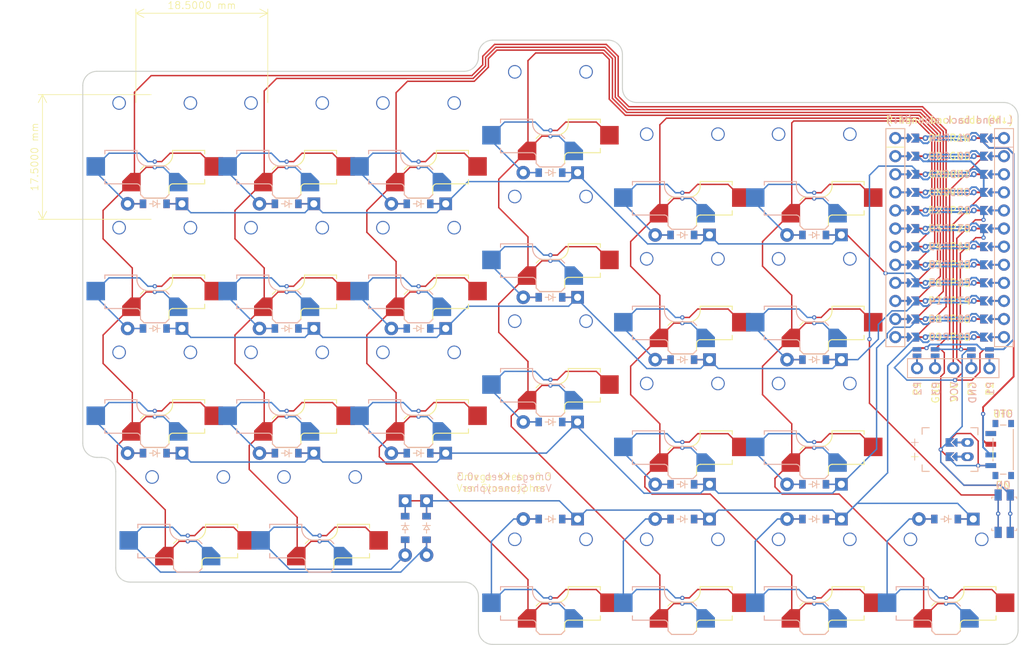
<source format=kicad_pcb>
(kicad_pcb (version 20240108) (generator "pcbnew") (generator_version "8.0")
  (title_block (title "omega_pcb") (date "2025-01-05") (rev "v1.0.0") (company "Unknown"))
  (layers (0 "F.Cu" signal) (31 "B.Cu" signal) (34 "B.Paste" user) (35 "F.Paste" user) (36 "B.SilkS" user "B.Silkscreen") (37 "F.SilkS" user "F.Silkscreen") (38 "B.Mask" user) (39 "F.Mask" user) (44 "Edge.Cuts" user))
  (net 0 "")
  (net 1 "P9")
  (net 2 "outer_bottom")
  (net 3 "GND")
  (net 4 "outer_home")
  (net 5 "outer_top")
  (net 6 "P8")
  (net 7 "pinky_bottom")
  (net 8 "pinky_home")
  (net 9 "pinky_top")
  (net 10 "P7")
  (net 11 "ring_bottom")
  (net 12 "ring_home")
  (net 13 "ring_top")
  (net 14 "P6")
  (net 15 "middle_bottom")
  (net 16 "middle_home")
  (net 17 "middle_top")
  (net 18 "P5")
  (net 19 "index_bottom")
  (net 20 "index_home")
  (net 21 "index_top")
  (net 22 "P4")
  (net 23 "inner_bottom")
  (net 24 "inner_home")
  (net 25 "inner_top")
  (net 26 "first_only")
  (net 27 "second_only")
  (net 28 "third_only")
  (net 29 "fourth_only")
  (net 30 "fifth_only")
  (net 31 "sixth_only")
  (net 32 "P16")
  (net 33 "P14")
  (net 34 "P15")
  (net 35 "P10")
  (net 36 "RAW")
  (net 37 "RST")
  (net 38 "VCC")
  (net 39 "P21")
  (net 40 "P20")
  (net 41 "P19")
  (net 42 "P18")
  (net 43 "P1")
  (net 44 "P0")
  (net 45 "P2")
  (net 46 "P3")
  (net 47 "MCU1_24")
  (net 48 "MCU1_1")
  (net 49 "MCU1_23")
  (net 50 "MCU1_2")
  (net 51 "MCU1_22")
  (net 52 "MCU1_3")
  (net 53 "MCU1_21")
  (net 54 "MCU1_4")
  (net 55 "MCU1_20")
  (net 56 "MCU1_5")
  (net 57 "MCU1_19")
  (net 58 "MCU1_6")
  (net 59 "MCU1_18")
  (net 60 "MCU1_7")
  (net 61 "MCU1_17")
  (net 62 "MCU1_8")
  (net 63 "MCU1_16")
  (net 64 "MCU1_9")
  (net 65 "MCU1_15")
  (net 66 "MCU1_10")
  (net 67 "MCU1_14")
  (net 68 "MCU1_11")
  (net 69 "MCU1_13")
  (net 70 "MCU1_12")
  (net 71 "DISP1_1")
  (net 72 "DISP1_2")
  (net 73 "DISP1_4")
  (net 74 "DISP1_5")
  (net 75 "BAT_P")
  (net 76 "JST1_1")
  (net 77 "JST1_2")
  (footprint "ComboDiode" (layer "F.Cu") (at 58.5 89 180)
    (property "Reference" "D4" (hide yes))
    (property "Value" "" (hide yes))
  )
  (footprint "ComboDiode" (layer "F.Cu") (at 95.5 98.25 180)
    (property "Reference" "D19" (hide yes))
    (property "Value" "" (hide yes))
  )
  (footprint "ComboDiode" (layer "F.Cu") (at 132.5 58.375 180)
    (property "Reference" "D18" (hide yes))
    (property "Value" "" (hide yes))
  )
  (footprint "ComboDiode" (layer "F.Cu") (at 95.5 84.625 180)
    (property "Reference" "D10" (hide yes))
    (property "Value" "" (hide yes))
  )
  (footprint "ComboDiode" (layer "F.Cu") (at 77 71.5 180)
    (property "Reference" "D8" (hide yes))
    (property "Value" "" (hide yes))
  )
  (footprint "ComboDiode" (layer "F.Cu") (at 132.5 98.25 180)
    (property "Reference" "D21" (hide yes))
    (property "Value" "" (hide yes))
  )
  (footprint "ComboDiode" (layer "F.Cu") (at 114 75.875 180)
    (property "Reference" "D14" (hide yes))
    (property "Value" "" (hide yes))
  )
  (footprint "ComboDiode" (layer "F.Cu") (at 114 58.375 180)
    (property "Reference" "D15" (hide yes))
    (property "Value" "" (hide yes))
  )
  (footprint "ComboDiode" (layer "F.Cu") (at 40 89 180)
    (property "Reference" "D1" (hide yes))
    (property "Value" "" (hide yes))
  )
  (footprint "ComboDiode" (layer "F.Cu") (at 77 54 180)
    (property "Reference" "D9" (hide yes))
    (property "Value" "" (hide yes))
  )
  (footprint "ComboDiode" (layer "F.Cu") (at 95.5 49.625 180)
    (property "Reference" "D12" (hide yes))
    (property "Value" "" (hide yes))
  )
  (footprint "ComboDiode" (layer "F.Cu") (at 114 98.25 180)
    (property "Reference" "D20" (hide yes))
    (property "Value" "" (hide yes))
  )
  (footprint "ComboDiode" (layer "F.Cu") (at 132.5 93.375 180)
    (property "Reference" "D16" (hide yes))
    (property "Value" "" (hide yes))
  )
  (footprint "ComboDiode" (layer "F.Cu") (at 58.5 71.5 180)
    (property "Reference" "D5" (hide yes))
    (property "Value" "" (hide yes))
  )
  (footprint "ComboDiode" (layer "F.Cu") (at 77 89 180)
    (property "Reference" "D7" (hide yes))
    (property "Value" "" (hide yes))
  )
  (footprint "ComboDiode" (layer "F.Cu") (at 151 98.25 180)
    (property "Reference" "D22" (hide yes))
    (property "Value" "" (hide yes))
  )
  (footprint "ComboDiode" (layer "F.Cu") (at 75.125 99.5 -90)
    (property "Reference" "D24" (hide yes))
    (property "Value" "" (hide yes))
  )
  (footprint "ComboDiode" (layer "F.Cu") (at 78.125 99.5 -90)
    (property "Reference" "D23" (hide yes))
    (property "Value" "" (hide yes))
  )
  (footprint "ComboDiode" (layer "F.Cu") (at 40 54 180)
    (property "Reference" "D3" (hide yes))
    (property "Value" "" (hide yes))
  )
  (footprint "ComboDiode" (layer "F.Cu") (at 132.5 75.875 180)
    (property "Reference" "D17" (hide yes))
    (property "Value" "" (hide yes))
  )
  (footprint "ceoloide:display_nice_view" (layer "F.Cu") (at 152 60.375)
    (property "Reference" "DISP1" (hide yes))
    (property "Value" "")
  )
  (footprint "ComboDiode" (layer "F.Cu") (at 58.5 54 180)
    (property "Reference" "D6" (hide yes))
    (property "Value" "" (hide yes))
  )
  (footprint "ComboDiode" (layer "F.Cu") (at 114 93.375 180)
    (property "Reference" "D13" (hide yes))
    (property "Value" "" (hide yes))
  )
  (footprint "ComboDiode" (layer "F.Cu") (at 40 71.5 180)
    (property "Reference" "D2" (hide yes))
    (property "Value" "" (hide yes))
  )
  (footprint "ceoloide:mounting_hole_npth" (layer "F.Cu") (at 49.25 53.75)
    (property "Reference" "MH1" (hide yes))
    (property "Value" "")
  )
  (footprint "ComboDiode" (layer "F.Cu") (at 95.5 67.125 180)
    (property "Reference" "D11" (hide yes))
    (property "Value" "" (hide yes))
  )
  (footprint "ceoloide:mounting_hole_npth" (layer "F.Cu") (at 141.75 97.5)
    (property "Reference" "MH2" (hide yes))
    (property "Value" "")
  )
  (footprint "ceoloide:switch_choc_v1_v2" (layer "B.Cu") (at 77 80 180)
    (property "Reference" "S7" (hide yes))
    (property "Value" "")
  )
  (footprint "ceoloide:switch_choc_v1_v2" (layer "B.Cu") (at 114 66.875 180)
    (property "Reference" "S14" (hide yes))
    (property "Value" "")
  )
  (footprint "ceoloide:reset_switch_smd_side" (layer "B.Cu") (at 159.15 97.5 -90)
    (property "Reference" "RST1" (hide yes))
    (property "Value" "")
  )
  (footprint "ceoloide:switch_choc_v1_v2" (layer "B.Cu") (at 58.5 80 180)
    (property "Reference" "S4" (hide yes))
    (property "Value" "")
  )
  (footprint "ceoloide:switch_choc_v1_v2" (layer "B.Cu") (at 114 84.375 180)
    (property "Reference" "S13" (hide yes))
    (property "Value" "")
  )
  (footprint "ceoloide:switch_choc_v1_v2" (layer "B.Cu") (at 58.5 45 180)
    (property "Reference" "S6" (hide yes))
    (property "Value" "")
  )
  (footprint "ceoloide:mcu_nice_nano" (layer "B.Cu") (at 151.5 57.475)
    (property "Reference" "MCU1" (hide yes))
    (property "Value" "")
  )
  (footprint "ceoloide:switch_choc_v1_v2" (layer "B.Cu") (at 95.5 106.25 180)
    (property "Reference" "S21" (hide yes))
    (property "Value" "")
  )
  (footprint "ceoloide:switch_choc_v1_v2" (layer "B.Cu") (at 77 62.5 180)
    (property "Reference" "S8" (hide yes))
    (property "Value" "")
  )
  (footprint "ceoloide:switch_choc_v1_v2" (layer "B.Cu") (at 132.5 84.375 180)
    (property "Reference" "S16" (hide yes))
    (property "Value" "")
  )
  (footprint "ceoloide:switch_choc_v1_v2" (layer "B.Cu") (at 77 45 180)
    (property "Reference" "S9" (hide yes))
    (property "Value" "")
  )
  (footprint "ceoloide:switch_choc_v1_v2" (layer "B.Cu") (at 132.5 49.375 180)
    (property "Reference" "S18" (hide yes))
    (property "Value" "")
  )
  (footprint "ceoloide:switch_choc_v1_v2" (layer "B.Cu") (at 63.125 97.5 180)
    (property "Reference" "S20" (hide yes))
    (property "Value" "")
  )
  (footprint "ceoloide:switch_choc_v1_v2" (layer "B.Cu") (at 95.5 58.125 180)
    (property "Reference" "S11" (hide yes))
    (property "Value" "")
  )
  (footprint "ceoloide:switch_choc_v1_v2" (layer "B.Cu") (at 40 45 180)
    (property "Reference" "S3" (hide yes))
    (property "Value" "")
  )
  (footprint "ceoloide:switch_choc_v1_v2" (layer "B.Cu") (at 114 49.375 180)
    (property "Reference" "S15" (hide yes))
    (property "Value" "")
  )
  (footprint "ceoloide:switch_choc_v1_v2" (layer "B.Cu") (at 40 80 180)
    (property "Reference" "S1" (hide yes))
    (property "Value" "")
  )
  (footprint "ceoloide:switch_choc_v1_v2" (layer "B.Cu") (at 40 62.5 180)
    (property "Reference" "S2" (hide yes))
    (property "Value" "")
  )
  (footprint "ceoloide:switch_choc_v1_v2" (layer "B.Cu") (at 151 106.25 180)
    (property "Reference" "S24" (hide yes))
    (property "Value" "")
  )
  (footprint "ceoloide:switch_choc_v1_v2" (layer "B.Cu") (at 95.5 75.625 180)
    (property "Reference" "S10" (hide yes))
    (property "Value" "")
  )
  (footprint "ceoloide:switch_choc_v1_v2" (layer "B.Cu") (at 44.625 97.5 180)
    (property "Reference" "S19" (hide yes))
    (property "Value" "")
  )
  (footprint "ceoloide:switch_choc_v1_v2" (layer "B.Cu") (at 132.5 66.875 180)
    (property "Reference" "S17" (hide yes))
    (property "Value" "")
  )
  (footprint "ceoloide:power_switch_smd_side" (layer "B.Cu") (at 159 88.5)
    (property "Reference" "PWR1" (hide yes))
    (property "Value" "")
  )
  (footprint "ceoloide:switch_choc_v1_v2" (layer "B.Cu") (at 132.5 106.25 180)
    (property "Reference" "S23" (hide yes))
    (property "Value" "")
  )
  (footprint "ceoloide:switch_choc_v1_v2" (layer "B.Cu") (at 114 106.25 180)
    (property "Reference" "S22" (hide yes))
    (property "Value" "")
  )
  (footprint "ceoloide:battery_connector_jst_ph_2" (layer "B.Cu") (at 154 88.5 -90)
    (property "Reference" "JST1" (hide yes))
    (property "Value" "")
  )
  (footprint "ceoloide:switch_choc_v1_v2" (layer "B.Cu") (at 95.5 40.625 180)
    (property "Reference" "S12" (hide yes))
    (property "Value" "")
  )
  (footprint "ceoloide:switch_choc_v1_v2" (layer "B.Cu") (at 58.5 62.5 180)
    (property "Reference" "S5" (hide yes))
    (property "Value" "")
  )
  (gr_arc (start 159.1 39.775) (mid 160.514214 40.360786) (end 161.1 41.775) (stroke (width 0.15)) (layer "Edge.Cuts"))
  (gr_line (start 31.9 35.4) (end 83.4 35.4) (stroke (width 0.15)) (layer "Edge.Cuts"))
  (gr_line (start 159.1 115.85) (end 87.4 115.85) (stroke (width 0.15)) (layer "Edge.Cuts"))
  (gr_line (start 161.1 113.85) (end 161.1 41.775) (stroke (width 0.15)) (layer "Edge.Cuts"))
  (gr_arc (start 83.4 107.1) (mid 84.814214 107.685786) (end 85.4 109.1) (stroke (width 0.15)) (layer "Edge.Cuts"))
  (gr_arc (start 31.9 89.6) (mid 30.485786 89.014214) (end 29.9 87.6) (stroke (width 0.15)) (layer "Edge.Cuts"))
  (gr_arc (start 85.4 33.4) (mid 84.814214 34.814214) (end 83.4 35.4) (stroke (width 0.15)) (layer "Edge.Cuts"))
  (gr_arc (start 87.4 115.85) (mid 85.985786 115.264214) (end 85.4 113.85) (stroke (width 0.15)) (layer "Edge.Cuts"))
  (gr_line (start 105.6 33.025) (end 105.6 37.775) (stroke (width 0.15)) (layer "Edge.Cuts"))
  (gr_arc (start 32.525 89.6) (mid 33.939214 90.185786) (end 34.525 91.6) (stroke (width 0.15)) (layer "Edge.Cuts"))
  (gr_line (start 85.4 113.85) (end 85.4 109.1) (stroke (width 0.15)) (layer "Edge.Cuts"))
  (gr_line (start 32.525 89.6) (end 31.9 89.6) (stroke (width 0.15)) (layer "Edge.Cuts"))
  (gr_arc (start 29.9 37.4) (mid 30.485786 35.985786) (end 31.9 35.4) (stroke (width 0.15)) (layer "Edge.Cuts"))
  (gr_line (start 83.4 107.1) (end 36.525 107.1) (stroke (width 0.15)) (layer "Edge.Cuts"))
  (gr_arc (start 103.6 31.025) (mid 105.014214 31.610786) (end 105.6 33.025) (stroke (width 0.15)) (layer "Edge.Cuts"))
  (gr_line (start 29.9 87.6) (end 29.9 37.4) (stroke (width 0.15)) (layer "Edge.Cuts"))
  (gr_arc (start 85.4 33.025) (mid 85.985786 31.610786) (end 87.4 31.025) (stroke (width 0.15)) (layer "Edge.Cuts"))
  (gr_line (start 85.4 33.4) (end 85.4 33.025) (stroke (width 0.15)) (layer "Edge.Cuts"))
  (gr_arc (start 107.6 39.775) (mid 106.185786 39.189214) (end 105.6 37.775) (stroke (width 0.15)) (layer "Edge.Cuts"))
  (gr_line (start 107.6 39.775) (end 159.1 39.775) (stroke (width 0.15)) (layer "Edge.Cuts"))
  (gr_line (start 87.4 31.025) (end 103.6 31.025) (stroke (width 0.15)) (layer "Edge.Cuts"))
  (gr_arc (start 36.525 107.1) (mid 35.110786 106.514214) (end 34.525 105.1) (stroke (width 0.15)) (layer "Edge.Cuts"))
  (gr_arc (start 161.1 113.85) (mid 160.514214 115.264214) (end 159.1 115.85) (stroke (width 0.15)) (layer "Edge.Cuts"))
  (gr_line (start 34.525 105.1) (end 34.525 91.6) (stroke (width 0.15)) (layer "Edge.Cuts"))
  (gr_text "Omega Keeb v0.3\nVan Stonecypher" (at 95.75 94.5 0) (layer "B.SilkS") (effects (font (size 1 1) (thickness 0.1)) (justify left bottom mirror)))
  (gr_text "Omega Keeb v0.3\nVan Stonecypher" (at 82.25 94.5 0) (layer "F.SilkS") (effects (font (size 1 1) (thickness 0.1)) (justify left bottom)))
  (dimension (type aligned) (layer "F.SilkS") (pts (xy 40 38.675) (xy 40 56.175)) (height 15.75) (gr_text "17.5000 mm" (at 23.15 47.425 90) (layer "F.SilkS") (effects (font (size 1 1) (thickness 0.1)))) (format (prefix "") (suffix "") (units 3) (units_format 1) (precision 4)) (style (thickness 0.1) (arrow_length 1.27) (text_position_mode 0) (extension_height 0.58642) (extension_offset 0.5) keep_text_aligned))
  (dimension (type aligned) (layer "F.SilkS") (pts (xy 37.35 40.3) (xy 55.85 40.3)) (height -13.05) (gr_text "18.5000 mm" (at 46.6 26.15 0) (layer "F.SilkS") (effects (font (size 1 1) (thickness 0.1)))) (format (prefix "") (suffix "") (units 3) (units_format 1) (precision 4)) (style (thickness 0.1) (arrow_length 1.27) (text_position_mode 0) (extension_height 0.58642) (extension_offset 0.5) keep_text_aligned))
  (segment (start 38.8 48.875) (end 40 48.875) (width 0.2) (layer "F.Cu") (net 1))
  (segment (start 103.338232 31.625) (end 105 33.286768) (width 0.2) (layer "F.Cu") (net 1))
  (segment (start 36.85 80.511522) (end 36.85 85.825) (width 0.2) (layer "F.Cu") (net 1))
  (segment (start 36.725 68.45) (end 38.8 66.375) (width 0.2) (layer "F.Cu") (net 1))
  (segment (start 87.661768 31.625) (end 103.338232 31.625) (width 0.2) (layer "F.Cu") (net 1))
  (segment (start 36.85 68.325) (end 36.725 68.45) (width 0.2) (layer "F.Cu") (net 1))
  (segment (start 38.8 83.875) (end 40 83.875) (width 0.2) (layer "F.Cu") (net 1))
  (segment (start 43.425 101.375) (end 44.625 101.375) (width 0.2) (layer "F.Cu") (net 1))
  (segment (start 84.489824 36) (end 86 34.489824) (width 0.2) (layer "F.Cu") (net 1))
  (segment (start 86 33.286768) (end 87.661768 31.625) (width 0.2) (layer "F.Cu") (net 1))
  (segment (start 105 33.286768) (end 105 38.864824) (width 0.2) (layer "F.Cu") (net 1))
  (segment (start 36.85 85.825) (end 36.725 85.95) (width 0.2) (layer "F.Cu") (net 1))
  (segment (start 36.85 63.011522) (end 36.85 68.325) (width 0.2) (layer "F.Cu") (net 1))
  (segment (start 36.725 50.95) (end 38.8 48.875) (width 0.2) (layer "F.Cu") (net 1))
  (segment (start 34.75 87.925) (end 34.75 90.25) (width 0.2) (layer "F.Cu") (net 1))
  (segment (start 151 68.44) (end 146.725 72.715) (width 0.2) (layer "F.Cu") (net 1))
  (segment (start 36.725 85.95) (end 38.8 83.875) (width 0.2) (layer "F.Cu") (net 1))
  (segment (start 151 43.67157) (end 151 68.44) (width 0.2) (layer "F.Cu") (net 1))
  (segment (start 32.75 76.411522) (end 36.85 80.511522) (width 0.2) (layer "F.Cu") (net 1))
  (segment (start 36.725 50.95) (end 32.75 54.925) (width 0.2) (layer "F.Cu") (net 1))
  (segment (start 37.15 50.525) (end 37.15 38.35) (width 0.2) (layer "F.Cu") (net 1))
  (segment (start 41.475 103.325) (end 41.35 103.45) (width 0.2) (layer "F.Cu") (net 1))
  (segment (start 105 38.864824) (end 106.510176 40.375) (width 0.2) (layer "F.Cu") (net 1))
  (segment (start 32.75 72.425) (end 32.75 76.411522) (width 0.2) (layer "F.Cu") (net 1))
  (segment (start 32.75 54.925) (end 32.75 58.911522) (width 0.2) (layer "F.Cu") (net 1))
  (segment (start 36.725 68.45) (end 32.75 72.425) (width 0.2) (layer "F.Cu") (net 1))
  (segment (start 147.70343 40.375) (end 151 43.67157) (width 0.2) (layer "F.Cu") (net 1))
  (segment (start 38.8 66.375) (end 40 66.375) (width 0.2) (layer "F.Cu") (net 1))
  (segment (start 106.510176 40.375) (end 147.70343 40.375) (width 0.2) (layer "F.Cu") (net 1))
  (segment (start 37.15 38.35) (end 39.5 36) (width 0.2) (layer "F.Cu") (net 1))
  (segment (start 41.35 103.45) (end 43.425 101.375) (width 0.2) (layer "F.Cu") (net 1))
  (segment (start 32.75 58.911522) (end 36.85 63.011522) (width 0.2) (layer "F.Cu") (net 1))
  (segment (start 41.475 96.975) (end 41.475 103.325) (width 0.2) (layer "F.Cu") (net 1))
  (segment (start 36.725 85.95) (end 34.75 87.925) (width 0.2) (layer "F.Cu") (net 1))
  (segment (start 39.5 36) (end 84.489824 36) (width 0.2) (layer "F.Cu") (net 1))
  (segment (start 36.725 50.95) (end 37.15 50.525) (width 0.2) (layer "F.Cu") (net 1))
  (segment (start 34.75 90.25) (end 41.475 96.975) (width 0.2) (layer "F.Cu") (net 1))
  (segment (start 86 34.489824) (end 86 33.286768) (width 0.2) (layer "F.Cu") (net 1))
  (segment (start 146.725 72.715) (end 148.1 72.715) (width 0.25) (layer "F.Cu") (net 1))
  (via (at 40 66.375) (size 0.6) (drill 0.3) (layers "F.Cu" "B.Cu") (net 1))
  (via (at 40 48.875) (size 0.6) (drill 0.3) (layers "F.Cu" "B.Cu") (net 1))
  (via (at 40 83.875) (size 0.6) (drill 0.3) (layers "F.Cu" "B.Cu") (net 1))
  (via (at 44.625 101.375) (size 0.6) (drill 0.3) (layers "F.Cu" "B.Cu") (net 1))
  (segment (start 43.275 68.45) (end 41.2 66.375) (width 0.2) (layer "B.Cu") (net 1))
  (segment (start 41.2 83.875) (end 40 83.875) (width 0.2) (layer "B.Cu") (net 1))
  (segment (start 41.2 66.375) (end 40 66.375) (width 0.2) (layer "B.Cu") (net 1))
  (segment (start 154.094695 72.495) (end 148.32 72.495) (width 0.25) (layer "B.Cu") (net 1))
  (segment (start 43.275 50.95) (end 41.2 48.875) (width 0.2) (layer "B.Cu") (net 1))
  (segment (start 43.275 85.95) (end 41.2 83.875) (width 0.2) (layer "B.Cu") (net 1))
  (segment (start 156.275 72.715) (end 155.925305 72.715) (width 0.25) (layer "B.Cu") (net 1))
  (segment (start 154.599695 71.99) (end 154.094695 72.495) (width 0.25) (layer "B.Cu") (net 1))
  (segment (start 41.2 48.875) (end 40 48.875) (width 0.2) (layer "B.Cu") (net 1))
  (segment (start 45.825 101.375) (end 44.625 101.375) (width 0.2) (layer "B.Cu") (net 1))
  (segment (start 155.925305 72.715) (end 155.200305 71.99) (width 0.25) (layer "B.Cu") (net 1))
  (segment (start 47.9 103.45) (end 45.825 101.375) (width 0.2) (layer "B.Cu") (net 1))
  (segment (start 155.200305 71.99) (end 154.599695 71.99) (width 0.25) (layer "B.Cu") (net 1))
  (segment (start 48.275 83.75) (end 46.421 81.896) (width 0.2) (layer "F.Cu") (net 2))
  (segment (start 46.421 81.896) (end 42.154 81.896) (width 0.2) (layer "F.Cu") (net 2))
  (segment (start 36.19 89) (end 38.35 89) (width 0.2) (layer "F.Cu") (net 2))
  (segment (start 40.975 83.075) (end 40 83.075) (width 0.2) (layer "F.Cu") (net 2))
  (segment (start 42.154 81.896) (end 40.975 83.075) (width 0.2) (layer "F.Cu") (net 2))
  (via (at 40 83.075) (size 0.6) (drill 0.3) (layers "F.Cu" "B.Cu") (net 2))
  (segment (start 31.725 83.75) (end 31.725 84.535) (width 0.2) (layer "B.Cu") (net 2))
  (segment (start 31.725 84.535) (end 36.19 89) (width 0.2) (layer "B.Cu") (net 2))
  (segment (start 36.19 89) (end 38.35 89) (width 0.2) (layer "B.Cu") (net 2))
  (segment (start 39.038834 83.075) (end 40 83.075) (width 0.2) (layer "B.Cu") (net 2))
  (segment (start 33.579 81.896) (end 37.859834 81.896) (width 0.2) (layer "B.Cu") (net 2))
  (segment (start 37.859834 81.896) (end 39.038834 83.075) (width 0.2) (layer "B.Cu") (net 2))
  (segment (start 31.725 83.75) (end 33.579 81.896) (width 0.2) (layer "B.Cu") (net 2))
  (segment (start 153.5 93.5) (end 158.625 93.5) (width 0.2) (layer "F.Cu") (net 3))
  (segment (start 158.625 93.5) (end 160 94.875) (width 0.2) (layer "F.Cu") (net 3))
  (segment (start 151.5 52.09) (end 156.275 47.315) (width 0.2) (layer "F.Cu") (net 3))
  (segment (start 150.25 88.5) (end 150.25 88.566) (width 0.2) (layer "F.Cu") (net 3))
  (segment (start 160 97.5) (end 160 100.125) (width 0.2) (layer "F.Cu") (net 3))
  (segment (start 150.25 88.5) (end 150.25 78.25) (width 0.2) (layer "F.Cu") (net 3))
  (segment (start 160 94.875) (end 160 97.5) (width 0.2) (layer "F.Cu") (net 3))
  (segment (start 150.75 77.75) (end 150.75 74.915) (width 0.2) (layer "F.Cu") (net 3))
  (segment (start 150.25 90.25) (end 153.5 93.5) (width 0.2) (layer "F.Cu") (net 3))
  (segment (start 151.5 72.385) (end 151.5 52.09) (width 0.2) (layer "F.Cu") (net 3))
  (segment (start 150.75 74.915) (end 150.26 74.425) (width 0.2) (layer "F.Cu") (net 3))
  (segment (start 149.46 74.425) (end 151.5 72.385) (width 0.2) (layer "F.Cu") (net 3))
  (segment (start 150.25 88.5) (end 150.25 90.25) (width 0.2) (layer "F.Cu") (net 3))
  (segment (start 150.25 78.25) (end 150.75 77.75) (width 0.2) (layer "F.Cu") (net 3))
  (segment (start 150.26 74.425) (end 149.46 74.425) (width 0.2) (layer "F.Cu") (net 3))
  (segment (start 146.725 52.395) (end 148.1 52.395) (width 0.25) (layer "F.Cu") (net 3))
  (segment (start 156.275 47.315) (end 154.9 47.315) (width 0.25) (layer "F.Cu") (net 3))
  (segment (start 146.725 49.855) (end 148.1 49.855) (width 0.25) (layer "F.Cu") (net 3))
  (segment (start 150.25 88.566) (end 151.184 89.5) (width 0.2) (layer "F.Cu") (net 3))
  (via (at 150.25 88.5) (size 0.6) (drill 0.3) (layers "F.Cu" "B.Cu") (net 3))
  (via (at 160 97.5) (size 0.6) (drill 0.3) (layers "F.Cu" "B.Cu") (net 3))
  (segment (start 155.925305 49.855) (end 155.200305 49.13) (width 0.25) (layer "B.Cu") (net 3))
  (segment (start 154.599695 49.13) (end 154.094695 49.635) (width 0.25) (layer "B.Cu") (net 3))
  (segment (start 147.074695 47.315) (end 147.799695 48.04) (width 0.25) (layer "B.Cu") (net 3))
  (segment (start 155.925305 52.395) (end 155.200305 51.67) (width 0.25) (layer "B.Cu") (net 3))
  (segment (start 150.25 88.5) (end 150.25 88.434) (width 0.2) (layer "B.Cu") (net 3))
  (segment (start 150.25 88.5) (end 150.25 90.25) (width 0.2) (layer "B.Cu") (net 3))
  (segment (start 150.25 90.25) (end 153.5 93.5) (width 0.2) (layer "B.Cu") (net 3))
  (segment (start 156.275 49.855) (end 154.46 48.04) (width 0.25) (layer "B.Cu") (net 3))
  (segment (start 154.075 74.425) (end 153.25 75.25) (width 0.2) (layer "B.Cu") (net 3))
  (segment (start 160 100.125) (end 160 94.875) (width 0.2) (layer "B.Cu") (net 3))
  (segment (start 153.5 93.5) (end 158.625 93.5) (width 0.2) (layer "B.Cu") (net 3))
  (segment (start 155.200305 49.13) (end 154.599695 49.13) (width 0.25) (layer "B.Cu") (net 3))
  (segment (start 156.275 52.395) (end 155.925305 52.395) (width 0.25) (layer "B.Cu") (net 3))
  (segment (start 158.625 93.5) (end 160 94.875) (width 0.2) (layer "B.Cu") (net 3))
  (segment (start 150.25 88.434) (end 151.184 87.5) (width 0.2) (layer "B.Cu") (net 3))
  (segment (start 154.094695 49.635) (end 148.32 49.635) (width 0.25) (layer "B.Cu") (net 3))
  (segment (start 147.799695 48.04) (end 148.400305 48.04) (width 0.25) (layer "B.Cu") (net 3))
  (segment (start 146.725 47.315) (end 147.074695 47.315) (width 0.25) (layer "B.Cu") (net 3))
  (segment (start 154.094695 52.175) (end 148.32 52.175) (width 0.25) (layer "B.Cu") (net 3))
  (segment (start 156.275 49.855) (end 156.275 52.395) (width 0.25) (layer "B.Cu") (net 3))
  (segment (start 156.275 49.855) (end 155.925305 49.855) (width 0.25) (layer "B.Cu") (net 3))
  (segment (start 153.25 85.25) (end 151.184 87.316) (width 0.2) (layer "B.Cu") (net 3))
  (segment (start 154.54 74.425) (end 154.075 74.425) (width 0.2) (layer "B.Cu") (net 3))
  (segment (start 153.25 75.25) (end 153.25 85.25) (width 0.2) (layer "B.Cu") (net 3))
  (segment (start 154.46 48.04) (end 148.400305 48.04) (width 0.25) (layer "B.Cu") (net 3))
  (segment (start 154.599695 51.67) (end 154.094695 52.175) (width 0.25) (layer "B.Cu") (net 3))
  (segment (start 148.895305 47.545) (end 154.67 47.545) (width 0.25) (layer "B.Cu") (net 3))
  (segment (start 155.200305 51.67) (end 154.599695 51.67) (width 0.25) (layer "B.Cu") (net 3))
  (segment (start 148.400305 48.04) (end 148.895305 47.545) (width 0.25) (layer "B.Cu") (net 3))
  (segment (start 151.184 87.316) (end 151.184 87.5) (width 0.2) (layer "B.Cu") (net 3))
  (segment (start 46.421 64.396) (end 42.154 64.396) (width 0.2) (layer "F.Cu") (net 4))
  (segment (start 40.975 65.575) (end 40 65.575) (width 0.2) (layer "F.Cu") (net 4))
  (segment (start 36.19 71.5) (end 38.35 71.5) (width 0.2) (layer "F.Cu") (net 4))
  (segment (start 42.154 64.396) (end 40.975 65.575) (width 0.2) (layer "F.Cu") (net 4))
  (segment (start 48.275 66.25) (end 46.421 64.396) (width 0.2) (layer "F.Cu") (net 4))
  (via (at 40 65.575) (size 0.6) (drill 0.3) (layers "F.Cu" "B.Cu") (net 4))
  (segment (start 33.579 64.396) (end 37.859834 64.396) (width 0.2) (layer "B.Cu") (net 4))
  (segment (start 31.725 66.25) (end 31.725 67.035) (width 0.2) (layer "B.Cu") (net 4))
  (segment (start 31.725 67.035) (end 36.19 71.5) (width 0.2) (layer "B.Cu") (net 4))
  (segment (start 31.725 66.25) (end 33.579 64.396) (width 0.2) (layer "B.Cu") (net 4))
  (segment (start 37.859834 64.396) (end 39.038834 65.575) (width 0.2) (layer "B.Cu") (net 4))
  (segment (start 39.038834 65.575) (end 40 65.575) (width 0.2) (layer "B.Cu") (net 4))
  (segment (start 36.19 71.5) (end 38.35 71.5) (width 0.2) (layer "B.Cu") (net 4))
  (segment (start 48.275 48.75) (end 46.421 46.896) (width 0.2) (layer "F.Cu") (net 5))
  (segment (start 36.19 54) (end 38.35 54) (width 0.2) (layer "F.Cu") (net 5))
  (segment (start 42.154 46.896) (end 40.975 48.075) (width 0.2) (layer "F.Cu") (net 5))
  (segment (start 46.421 46.896) (end 42.154 46.896) (width 0.2) (layer "F.Cu") (net 5))
  (segment (start 40.975 48.075) (end 40 48.075) (width 0.2) (layer "F.Cu") (net 5))
  (via (at 40 48.075) (size 0.6) (drill 0.3) (layers "F.Cu" "B.Cu") (net 5))
  (segment (start 33.579 46.896) (end 37.859834 46.896) (width 0.2) (layer "B.Cu") (net 5))
  (segment (start 39.038834 48.075) (end 40 48.075) (width 0.2) (layer "B.Cu") (net 5))
  (segment (start 37.859834 46.896) (end 39.038834 48.075) (width 0.2) (layer "B.Cu") (net 5))
  (segment (start 31.725 48.75) (end 33.579 46.896) (width 0.2) (layer "B.Cu") (net 5))
  (segment (start 31.725 48.75) (end 31.725 49.535) (width 0.2) (layer "B.Cu") (net 5))
  (segment (start 31.725 49.535) (end 36.19 54) (width 0.2) (layer "B.Cu") (net 5))
  (segment (start 36.19 54) (end 38.35 54) (width 0.2) (layer "B.Cu") (net 5))
  (segment (start 55.35 38.15) (end 57.1 36.4) (width 0.2) (layer "F.Cu") (net 6))
  (segment (start 106.34449 40.775) (end 147.537744 40.775) (width 0.2) (layer "F.Cu") (net 6))
  (segment (start 55.35 68.325) (end 55.225 68.45) (width 0.2) (layer "F.Cu") (net 6))
  (segment (start 53.25 87.925) (end 53.25 91.286522) (width 0.2) (layer "F.Cu") (net 6))
  (segment (start 84.65551 36.4) (end 86.4 34.65551) (width 0.2) (layer "F.Cu") (net 6))
  (segment (start 146.725 70.175) (end 148.1 70.175) (width 0.25) (layer "F.Cu") (net 6))
  (segment (start 55.35 80.511522) (end 55.35 85.825) (width 0.2) (layer "F.Cu") (net 6))
  (segment (start 57.1 36.4) (end 84.65551 36.4) (width 0.2) (layer "F.Cu") (net 6))
  (segment (start 55.35 50.825) (end 55.35 38.15) (width 0.2) (layer "F.Cu") (net 6))
  (segment (start 51.25 58.911522) (end 55.35 63.011522) (width 0.2) (layer "F.Cu") (net 6))
  (segment (start 51.25 76.411522) (end 55.35 80.511522) (width 0.2) (layer "F.Cu") (net 6))
  (segment (start 55.225 85.95) (end 53.25 87.925) (width 0.2) (layer "F.Cu") (net 6))
  (segment (start 55.225 68.45) (end 51.25 72.425) (width 0.2) (layer "F.Cu") (net 6))
  (segment (start 103.172546 32.025) (end 104.6 33.452454) (width 0.2) (layer "F.Cu") (net 6))
  (segment (start 55.225 85.95) (end 57.3 83.875) (width 0.2) (layer "F.Cu") (net 6))
  (segment (start 55.225 50.95) (end 51.25 54.925) (width 0.2) (layer "F.Cu") (net 6))
  (segment (start 51.25 54.925) (end 51.25 58.911522) (width 0.2) (layer "F.Cu") (net 6))
  (segment (start 59.85 103.45) (end 61.925 101.375) (width 0.2) (layer "F.Cu") (net 6))
  (segment (start 55.225 50.95) (end 55.35 50.825) (width 0.2) (layer "F.Cu") (net 6))
  (segment (start 150.6 66.3) (end 146.725 70.175) (width 0.2) (layer "F.Cu") (net 6))
  (segment (start 55.35 63.011522) (end 55.35 68.325) (width 0.2) (layer "F.Cu") (net 6))
  (segment (start 51.25 72.425) (end 51.25 76.411522) (width 0.2) (layer "F.Cu") (net 6))
  (segment (start 57.3 83.875) (end 58.5 83.875) (width 0.2) (layer "F.Cu") (net 6))
  (segment (start 59.975 103.325) (end 59.85 103.45) (width 0.2) (layer "F.Cu") (net 6))
  (segment (start 55.35 85.825) (end 55.225 85.95) (width 0.2) (layer "F.Cu") (net 6))
  (segment (start 147.537744 40.775) (end 150.6 43.837256) (width 0.2) (layer "F.Cu") (net 6))
  (segment (start 104.6 39.03051) (end 106.34449 40.775) (width 0.2) (layer "F.Cu") (net 6))
  (segment (start 57.3 66.375) (end 58.5 66.375) (width 0.2) (layer "F.Cu") (net 6))
  (segment (start 53.25 91.286522) (end 59.975 98.011522) (width 0.2) (layer "F.Cu") (net 6))
  (segment (start 87.827454 32.025) (end 103.172546 32.025) (width 0.2) (layer "F.Cu") (net 6))
  (segment (start 104.6 33.452454) (end 104.6 39.03051) (width 0.2) (layer "F.Cu") (net 6))
  (segment (start 86.4 33.452454) (end 87.827454 32.025) (width 0.2) (layer "F.Cu") (net 6))
  (segment (start 150.6 43.837256) (end 150.6 66.3) (width 0.2) (layer "F.Cu") (net 6))
  (segment (start 55.225 68.45) (end 57.3 66.375) (width 0.2) (layer "F.Cu") (net 6))
  (segment (start 57.3 48.875) (end 58.5 48.875) (width 0.2) (layer "F.Cu") (net 6))
  (segment (start 55.225 50.95) (end 57.3 48.875) (width 0.2) (layer "F.Cu") (net 6))
  (segment (start 61.925 101.375) (end 63.125 101.375) (width 0.2) (layer "F.Cu") (net 6))
  (segment (start 86.4 34.65551) (end 86.4 33.452454) (width 0.2) (layer "F.Cu") (net 6))
  (segment (start 59.975 98.011522) (end 59.975 103.325) (width 0.2) (layer "F.Cu") (net 6))
  (via (at 63.125 101.375) (size 0.6) (drill 0.3) (layers "F.Cu" "B.Cu") (net 6))
  (via (at 58.5 48.875) (size 0.6) (drill 0.3) (layers "F.Cu" "B.Cu") (net 6))
  (via (at 58.5 66.375) (size 0.6) (drill 0.3) (layers "F.Cu" "B.Cu") (net 6))
  (via (at 58.5 83.875) (size 0.6) (drill 0.3) (layers "F.Cu" "B.Cu") (net 6))
  (segment (start 61.775 85.95) (end 59.7 83.875) (width 0.2) (layer "B.Cu") (net 6))
  (segment (start 61.775 50.95) (end 59.7 48.875) (width 0.2) (layer "B.Cu") (net 6))
  (segment (start 155.200305 69.45) (end 154.599695 69.45) (width 0.25) (layer "B.Cu") (net 6))
  (segment (start 59.7 66.375) (end 58.5 66.375) (width 0.2) (layer "B.Cu") (net 6))
  (segment (start 154.094695 69.955) (end 148.32 69.955) (width 0.25) (layer "B.Cu") (net 6))
  (segment (start 61.775 68.45) (end 59.7 66.375) (width 0.2) (layer "B.Cu") (net 6))
  (segment (start 59.7 48.875) (end 58.5 48.875) (width 0.2) (layer "B.Cu") (net 6))
  (segment (start 154.599695 69.45) (end 154.094695 69.955) (width 0.25) (layer "B.Cu") (net 6))
  (segment (start 59.7 83.875) (end 58.5 83.875) (width 0.2) (layer "B.Cu") (net 6))
  (segment (start 155.925305 70.175) (end 155.200305 69.45) (width 0.25) (layer "B.Cu") (net 6))
  (segment (start 64.325 101.375) (end 63.125 101.375) (width 0.2) (layer "B.Cu") (net 6))
  (segment (start 66.4 103.45) (end 64.325 101.375) (width 0.2) (layer "B.Cu") (net 6))
  (segment (start 156.275 70.175) (end 155.925305 70.175) (width 0.25) (layer "B.Cu") (net 6))
  (segment (start 64.921 81.896) (end 60.654 81.896) (width 0.2) (layer "F.Cu") (net 7))
  (segment (start 54.69 89) (end 56.85 89) (width 0.2) (layer "F.Cu") (net 7))
  (segment (start 66.775 83.75) (end 64.921 81.896) (width 0.2) (layer "F.Cu") (net 7))
  (segment (start 60.654 81.896) (end 59.475 83.075) (width 0.2) (layer "F.Cu") (net 7))
  (segment (start 59.475 83.075) (end 58.5 83.075) (width 0.2) (layer "F.Cu") (net 7))
  (via (at 58.5 83.075) (size 0.6) (drill 0.3) (layers "F.Cu" "B.Cu") (net 7))
  (segment (start 56.359834 81.896) (end 57.538834 83.075) (width 0.2) (layer "B.Cu") (net 7))
  (segment (start 57.538834 83.075) (end 58.5 83.075) (width 0.2) (layer "B.Cu") (net 7))
  (segment (start 50.225 83.75) (end 52.079 81.896) (width 0.2) (layer "B.Cu") (net 7))
  (segment (start 52.079 81.896) (end 56.359834 81.896) (width 0.2) (layer "B.Cu") (net 7))
  (segment (start 50.225 83.75) (end 50.225 84.535) (width 0.2) (layer "B.Cu") (net 7))
  (segment (start 54.69 89) (end 56.85 89) (width 0.2) (layer "B.Cu") (net 7))
  (segment (start 50.225 84.535) (end 54.69 89) (width 0.2) (layer "B.Cu") (net 7))
  (segment (start 60.654 64.396) (end 59.475 65.575) (width 0.2) (layer "F.Cu") (net 8))
  (segment (start 64.921 64.396) (end 60.654 64.396) (width 0.2) (layer "F.Cu") (net 8))
  (segment (start 54.69 71.5) (end 56.85 71.5) (width 0.2) (layer "F.Cu") (net 8))
  (segment (start 59.475 65.575) (end 58.5 65.575) (width 0.2) (layer "F.Cu") (net 8))
  (segment (start 66.775 66.25) (end 64.921 64.396) (width 0.2) (layer "F.Cu") (net 8))
  (via (at 58.5 65.575) (size 0.6) (drill 0.3) (layers "F.Cu" "B.Cu") (net 8))
  (segment (start 50.225 66.25) (end 52.079 64.396) (width 0.2) (layer "B.Cu") (net 8))
  (segment (start 56.359834 64.396) (end 57.538834 65.575) (width 0.2) (layer "B.Cu") (net 8))
  (segment (start 50.225 66.25) (end 50.225 67.035) (width 0.2) (layer "B.Cu") (net 8))
  (segment (start 54.69 71.5) (end 56.85 71.5) (width 0.2) (layer "B.Cu") (net 8))
  (segment (start 52.079 64.396) (end 56.359834 64.396) (width 0.2) (layer "B.Cu") (net 8))
  (segment (start 57.538834 65.575) (end 58.5 65.575) (width 0.2) (layer "B.Cu") (net 8))
  (segment (start 50.225 67.035) (end 54.69 71.5) (width 0.2) (layer "B.Cu") (net 8))
  (segment (start 66.775 48.75) (end 64.921 46.896) (width 0.2) (layer "F.Cu") (net 9))
  (segment (start 59.475 48.075) (end 58.5 48.075) (width 0.2) (layer "F.Cu") (net 9))
  (segment (start 60.654 46.896) (end 59.475 48.075) (width 0.2) (layer "F.Cu") (net 9))
  (segment (start 64.921 46.896) (end 60.654 46.896) (width 0.2) (layer "F.Cu") (net 9))
  (segment (start 54.69 54) (end 56.85 54) (width 0.2) (layer "F.Cu") (net 9))
  (via (at 58.5 48.075) (size 0.6) (drill 0.3) (layers "F.Cu" "B.Cu") (net 9))
  (segment (start 50.225 49.535) (end 54.69 54) (width 0.2) (layer "B.Cu") (net 9))
  (segment (start 56.359834 46.896) (end 57.538834 48.075) (width 0.2) (layer "B.Cu") (net 9))
  (segment (start 50.225 48.75) (end 52.079 46.896) (width 0.2) (layer "B.Cu") (net 9))
  (segment (start 50.225 48.75) (end 50.225 49.535) (width 0.2) (layer "B.Cu") (net 9))
  (segment (start 54.69 54) (end 56.85 54) (width 0.2) (layer "B.Cu") (net 9))
  (segment (start 57.538834 48.075) (end 58.5 48.075) (width 0.2) (layer "B.Cu") (net 9))
  (segment (start 52.079 46.896) (end 56.359834 46.896) (width 0.2) (layer "B.Cu") (net 9))
  (segment (start 73.725 68.45) (end 69.75 72.425) (width 0.2) (layer "F.Cu") (net 10))
  (segment (start 76.088478 90.5) (end 92.35 106.761522) (width 0.2) (layer "F.Cu") (net 10))
  (segment (start 75.8 83.875) (end 77 83.875) (width 0.2) (layer "F.Cu") (net 10))
  (segment (start 73.85 85.825) (end 73.725 85.95) (width 0.2) (layer "F.Cu") (net 10))
  (segment (start 104.2 39.196196) (end 106.178804 41.175) (width 0.2) (layer "F.Cu") (net 10))
  (segment (start 71.5 88.175) (end 71.5 89.5) (width 0.2) (layer "F.Cu") (net 10))
  (segment (start 73.725 85.95) (end 71.5 88.175) (width 0.2) (layer "F.Cu") (net 10))
  (segment (start 104.2 33.61814) (end 104.2 39.196196) (width 0.2) (layer "F.Cu") (net 10))
  (segment (start 69.75 76.411522) (end 73.85 80.511522) (width 0.2) (layer "F.Cu") (net 10))
  (segment (start 73.725 50.95) (end 69.75 54.925) (width 0.2) (layer "F.Cu") (net 10))
  (segment (start 92.225 112.2) (end 94.3 110.125) (width 0.2) (layer "F.Cu") (net 10))
  (segment (start 72.5 90.5) (end 76.088478 90.5) (width 0.2) (layer "F.Cu") (net 10))
  (segment (start 84.821196 36.8) (end 86.8 34.821196) (width 0.2) (layer "F.Cu") (net 10))
  (segment (start 106.178804 41.175) (end 147.372058 41.175) (width 0.2) (layer "F.Cu") (net 10))
  (segment (start 73.725 68.45) (end 75.8 66.375) (width 0.2) (layer "F.Cu") (net 10))
  (segment (start 73.85 50.825) (end 73.85 38.4) (width 0.2) (layer "F.Cu") (net 10))
  (segment (start 92.35 106.761522) (end 92.35 112.075) (width 0.2) (layer "F.Cu") (net 10))
  (segment (start 146.725 67.635) (end 148.1 67.635) (width 0.25) (layer "F.Cu") (net 10))
  (segment (start 147.372058 41.175) (end 150.2 44.002942) (width 0.2) (layer "F.Cu") (net 10))
  (segment (start 69.75 58) (end 73.85 62.1) (width 0.2) (layer "F.Cu") (net 10))
  (segment (start 92.35 112.075) (end 92.225 112.2) (width 0.2) (layer "F.Cu") (net 10))
  (segment (start 150.2 64.16) (end 146.725 67.635) (width 0.2) (layer "F.Cu") (net 10))
  (segment (start 71.5 89.5) (end 72.5 90.5) (width 0.2) (layer "F.Cu") (net 10))
  (segment (start 103.00686 32.425) (end 104.2 33.61814) (width 0.2) (layer "F.Cu") (net 10))
  (segment (start 86.8 33.61814) (end 87.99314 32.425) (width 0.2) (layer "F.Cu") (net 10))
  (segment (start 75.8 48.875) (end 77 48.875) (width 0.2) (layer "F.Cu") (net 10))
  (segment (start 69.75 72.425) (end 69.75 76.411522) (width 0.2) (layer "F.Cu") (net 10))
  (segment (start 73.85 38.4) (end 75.45 36.8) (width 0.2) (layer "F.Cu") (net 10))
  (segment (start 73.725 50.95) (end 75.8 48.875) (width 0.2) (layer "F.Cu") (net 10))
  (segment (start 86.8 34.821196) (end 86.8 33.61814) (width 0.2) (layer "F.Cu") (net 10))
  (segment (start 150.2 44.002942) (end 150.2 64.16) (width 0.2) (layer "F.Cu") (net 10))
  (segment (start 73.725 85.95) (end 75.8 83.875) (width 0.2) (layer "F.Cu") (net 10))
  (segment (start 75.8 66.375) (end 77 66.375) (width 0.2) (layer "F.Cu") (net 10))
  (segment (start 75.45 36.8) (end 84.821196 36.8) (width 0.2) (layer "F.Cu") (net 10))
  (segment (start 73.85 68.325) (end 73.725 68.45) (width 0.2) (layer "F.Cu") (net 10))
  (segment (start 94.3 110.125) (end 95.5 110.125) (width 0.2) (layer "F.Cu") (net 10))
  (segment (start 73.85 80.511522) (end 73.85 85.825) (width 0.2) (layer "F.Cu") (net 10))
  (segment (start 73.725 50.95) (end 73.85 50.825) (width 0.2) (layer "F.Cu") (net 10))
  (segment (start 69.75 54.925) (end 69.75 58) (width 0.2) (layer "F.Cu") (net 10))
  (segment (start 87.99314 32.425) (end 103.00686 32.425) (width 0.2) (layer "F.Cu") (net 10))
  (segment (start 73.85 62.1) (end 73.85 68.325) (width 0.2) (layer "F.Cu") (net 10))
  (via (at 77 66.375) (size 0.6) (drill 0.3) (layers "F.Cu" "B.Cu") (net 10))
  (via (at 95.5 110.125) (size 0.6) (drill 0.3) (layers "F.Cu" "B.Cu") (net 10))
  (via (at 77 83.875) (size 0.6) (drill 0.3) (layers "F.Cu" "B.Cu") (net 10))
  (via (at 77 48.875) (size 0.6) (drill 0.3) (layers "F.Cu" "B.Cu") (net 10))
  (segment (start 98.775 112.2) (end 96.7 110.125) (width 0.2) (layer "B.Cu") (net 10))
  (segment (start 80.275 68.45) (end 78.2 66.375) (width 0.2) (layer "B.Cu") (net 10))
  (segment (start 154.094695 67.415) (end 148.32 67.415) (width 0.25) (layer "B.Cu") (net 10))
  (segment (start 80.275 50.95) (end 78.2 48.875) (width 0.2) (layer "B.Cu") (net 10))
  (segment (start 80.275 85.95) (end 78.2 83.875) (width 0.2) (layer "B.Cu") (net 10))
  (segment (start 78.2 66.375) (end 77 66.375) (width 0.2) (layer "B.Cu") (net 10))
  (segment (start 155.925305 67.635) (end 155.200305 66.91) (width 0.25) (layer "B.Cu") (net 10))
  (segment (start 155.200305 66.91) (end 154.599695 66.91) (width 0.25) (layer "B.Cu") (net 10))
  (segment (start 78.2 83.875) (end 77 83.875) (width 0.2) (layer "B.Cu") (net 10))
  (segment (start 96.7 110.125) (end 95.5 110.125) (width 0.2) (layer "B.Cu") (net 10))
  (segment (start 78.2 48.875) (end 77 48.875) (width 0.2) (layer "B.Cu") (net 10))
  (segment (start 156.275 67.635) (end 155.925305 67.635) (width 0.25) (layer "B.Cu") (net 10))
  (segment (start 154.599695 66.91) (end 154.094695 67.415) (width 0.25) (layer "B.Cu") (net 10))
  (segment (start 85.275 83.75) (end 83.421 81.896) (width 0.2) (layer "F.Cu") (net 11))
  (segment (start 73.19 89) (end 75.35 89) (width 0.2) (layer "F.Cu") (net 11))
  (segment (start 83.421 81.896) (end 79.154 81.896) (width 0.2) (layer "F.Cu") (net 11))
  (segment (start 77.975 83.075) (end 77 83.075) (width 0.2) (layer "F.Cu") (net 11))
  (segment (start 79.154 81.896) (end 77.975 83.075) (width 0.2) (layer "F.Cu") (net 11))
  (via (at 77 83.075) (size 0.6) (drill 0.3) (layers "F.Cu" "B.Cu") (net 11))
  (segment (start 68.725 84.535) (end 73.19 89) (width 0.2) (layer "B.Cu") (net 11))
  (segment (start 76.038834 83.075) (end 77 83.075) (width 0.2) (layer "B.Cu") (net 11))
  (segment (start 68.725 83.75) (end 68.725 84.535) (width 0.2) (layer "B.Cu") (net 11))
  (segment (start 70.579 81.896) (end 74.859834 81.896) (width 0.2) (layer "B.Cu") (net 11))
  (segment (start 74.859834 81.896) (end 76.038834 83.075) (width 0.2) (layer "B.Cu") (net 11))
  (segment (start 68.725 83.75) (end 70.579 81.896) (width 0.2) (layer "B.Cu") (net 11))
  (segment (start 73.19 89) (end 75.35 89) (width 0.2) (layer "B.Cu") (net 11))
  (segment (start 77.975 65.575) (end 77 65.575) (width 0.2) (layer "F.Cu") (net 12))
  (segment (start 83.421 64.396) (end 79.154 64.396) (width 0.2) (layer "F.Cu") (net 12))
  (segment (start 85.275 66.25) (end 83.421 64.396) (width 0.2) (layer "F.Cu") (net 12))
  (segment (start 73.19 71.5) (end 75.35 71.5) (width 0.2) (layer "F.Cu") (net 12))
  (segment (start 79.154 64.396) (end 77.975 65.575) (width 0.2) (layer "F.Cu") (net 12))
  (via (at 77 65.575) (size 0.6) (drill 0.3) (layers "F.Cu" "B.Cu") (net 12))
  (segment (start 76.038834 65.575) (end 77 65.575) (width 0.2) (layer "B.Cu") (net 12))
  (segment (start 73.19 71.5) (end 75.35 71.5) (width 0.2) (layer "B.Cu") (net 12))
  (segment (start 74.859834 64.396) (end 76.038834 65.575) (width 0.2) (layer "B.Cu") (net 12))
  (segment (start 68.725 66.25) (end 68.725 67.035) (width 0.2) (layer "B.Cu") (net 12))
  (segment (start 70.579 64.396) (end 74.859834 64.396) (width 0.2) (layer "B.Cu") (net 12))
  (segment (start 68.725 67.035) (end 73.19 71.5) (width 0.2) (layer "B.Cu") (net 12))
  (segment (start 68.725 66.25) (end 70.579 64.396) (width 0.2) (layer "B.Cu") (net 12))
  (segment (start 83.421 46.896) (end 79.154 46.896) (width 0.2) (layer "F.Cu") (net 13))
  (segment (start 77.975 48.075) (end 77 48.075) (width 0.2) (layer "F.Cu") (net 13))
  (segment (start 79.154 46.896) (end 77.975 48.075) (width 0.2) (layer "F.Cu") (net 13))
  (segment (start 73.19 54) (end 75.35 54) (width 0.2) (layer "F.Cu") (net 13))
  (segment (start 85.275 48.75) (end 83.421 46.896) (width 0.2) (layer "F.Cu") (net 13))
  (via (at 77 48.075) (size 0.6) (drill 0.3) (layers "F.Cu" "B.Cu") (net 13))
  (segment (start 68.725 49.535) (end 73.19 54) (width 0.2) (layer "B.Cu") (net 13))
  (segment (start 70.579 46.896) (end 74.859834 46.896) (width 0.2) (layer "B.Cu") (net 13))
  (segment (start 68.725 48.75) (end 70.579 46.896) (width 0.2) (layer "B.Cu") (net 13))
  (segment (start 76.038834 48.075) (end 77 48.075) (width 0.2) (layer "B.Cu") (net 13))
  (segment (start 68.725 48.75) (end 68.725 49.535) (width 0.2) (layer "B.Cu") (net 13))
  (segment (start 74.859834 46.896) (end 76.038834 48.075) (width 0.2) (layer "B.Cu") (net 13))
  (segment (start 73.19 54) (end 75.35 54) (width 0.2) (layer "B.Cu") (net 13))
  (segment (start 92.35 33.9) (end 93.425 32.825) (width 0.2) (layer "F.Cu") (net 14))
  (segment (start 92.35 63.95) (end 92.225 64.075) (width 0.2) (layer "F.Cu") (net 14))
  (segment (start 92.35 46.45) (end 92.35 33.9) (width 0.2) (layer "F.Cu") (net 14))
  (segment (start 147.206372 41.575) (end 149.8 44.168628) (width 0.2) (layer "F.Cu") (net 14))
  (segment (start 110.85 106.1) (end 110.85 112.075) (width 0.2) (layer "F.Cu") (net 14))
  (segment (start 88.25 72.036522) (end 92.35 76.136522) (width 0.2) (layer "F.Cu") (net 14))
  (segment (start 90 83.8) (end 90 85.25) (width 0.2) (layer "F.Cu") (net 14))
  (segment (start 146.725 65.095) (end 148.1 65.095) (width 0.25) (layer "F.Cu") (net 14))
  (segment (start 92.225 81.575) (end 90 83.8) (width 0.2) (layer "F.Cu") (net 14))
  (segment (start 149.8 62.02) (end 146.725 65.095) (width 0.2) (layer "F.Cu") (net 14))
  (segment (start 88.25 50.55) (end 88.25 54.536522) (width 0.2) (layer "F.Cu") (net 14))
  (segment (start 88.25 68.05) (end 88.25 72.036522) (width 0.2) (layer "F.Cu") (net 14))
  (segment (start 93.425 32.825) (end 102.841174 32.825) (width 0.2) (layer "F.Cu") (net 14))
  (segment (start 92.35 81.45) (end 92.225 81.575) (width 0.2) (layer "F.Cu") (net 14))
  (segment (start 92.225 46.575) (end 92.35 46.45) (width 0.2) (layer "F.Cu") (net 14))
  (segment (start 90 85.25) (end 110.85 106.1) (width 0.2) (layer "F.Cu") (net 14))
  (segment (start 103.75 33.733826) (end 103.75 39.311882) (width 0.2) (layer "F.Cu") (net 14))
  (segment (start 92.35 58.636522) (end 92.35 63.95) (width 0.2) (layer "F.Cu") (net 14))
  (segment (start 110.725 112.2) (end 112.8 110.125) (width 0.2) (layer "F.Cu") (net 14))
  (segment (start 103.75 39.311882) (end 106.013118 41.575) (width 0.2) (layer "F.Cu") (net 14))
  (segment (start 149.8 44.168628) (end 149.8 62.02) (width 0.2) (layer "F.Cu") (net 14))
  (segment (start 102.841174 32.825) (end 103.75 33.733826) (width 0.2) (layer "F.Cu") (net 14))
  (segment (start 92.225 64.075) (end 88.25 68.05) (width 0.2) (layer "F.Cu") (net 14))
  (segment (start 94.3 44.5) (end 95.5 44.5) (width 0.2) (layer "F.Cu") (net 14))
  (segment (start 92.225 46.575) (end 94.3 44.5) (width 0.2) (layer "F.Cu") (net 14))
  (segment (start 112.8 110.125) (end 114 110.125) (width 0.2) (layer "F.Cu") (net 14))
  (segment (start 92.35 76.136522) (end 92.35 81.45) (width 0.2) (layer "F.Cu") (net 14))
  (segment (start 94.3 62) (end 95.5 62) (width 0.2) (layer "F.Cu") (net 14))
  (segment (start 106.013118 41.575) (end 147.206372 41.575) (width 0.2) (layer "F.Cu") (net 14))
  (segment (start 92.225 64.075) (end 94.3 62) (width 0.2) (layer "F.Cu") (net 14))
  (segment (start 110.85 112.075) (end 110.725 112.2) (width 0.2) (layer "F.Cu") (net 14))
  (segment (start 94.3 79.5) (end 95.5 79.5) (width 0.2) (layer "F.Cu") (net 14))
  (segment (start 92.225 81.575) (end 94.3 79.5) (width 0.2) (layer "F.Cu") (net 14))
  (segment (start 92.225 46.575) (end 88.25 50.55) (width 0.2) (layer "F.Cu") (net 14))
  (segment (start 88.25 54.536522) (end 92.35 58.636522) (width 0.2) (layer "F.Cu") (net 14))
  (via (at 114 110.125) (size 0.6) (drill 0.3) (layers "F.Cu" "B.Cu") (net 14))
  (via (at 95.5 62) (size 0.6) (drill 0.3) (layers "F.Cu" "B.Cu") (net 14))
  (via (at 95.5 79.5) (size 0.6) (drill 0.3) (layers "F.Cu" "B.Cu") (net 14))
  (via (at 95.5 44.5) (size 0.6) (drill 0.3) (layers "F.Cu" "B.Cu") (net 14))
  (segment (start 155.925305 65.095) (end 155.200305 64.37) (width 0.25) (layer "B.Cu") (net 14))
  (segment (start 98.775 81.575) (end 96.7 79.5) (width 0.2) (layer "B.Cu") (net 14))
  (segment (start 115.2 110.125) (end 114 110.125) (width 0.2) (layer "B.Cu") (net 14))
  (segment (start 154.094695 64.875) (end 148.32 64.875) (width 0.25) (layer "B.Cu") (net 14))
  (segment (start 98.775 46.575) (end 96.7 44.5) (width 0.2) (layer "B.Cu") (net 14))
  (segment (start 155.200305 64.37) (end 154.599695 64.37) (width 0.25) (layer "B.Cu") (net 14))
  (segment (start 156.275 65.095) (end 155.925305 65.095) (width 0.25) (layer "B.Cu") (net 14))
  (segment (start 154.599695 64.37) (end 154.094695 64.875) (width 0.25) (layer "B.Cu") (net 14))
  (segment (start 96.7 44.5) (end 95.5 44.5) (width 0.2) (layer "B.Cu") (net 14))
  (segment (start 96.7 79.5) (end 95.5 79.5) (width 0.2) (layer "B.Cu") (net 14))
  (segment (start 98.775 64.075) (end 96.7 62) (width 0.2) (layer "B.Cu") (net 14))
  (segment (start 117.275 112.2) (end 115.2 110.125) (width 0.2) (layer "B.Cu") (net 14))
  (segment (start 96.7 62) (end 95.5 62) (width 0.2) (layer "B.Cu") (net 14))
  (segment (start 96.475 78.7) (end 95.5 78.7) (width 0.2) (layer "F.Cu") (net 15))
  (segment (start 97.654 77.521) (end 96.475 78.7) (width 0.2) (layer "F.Cu") (net 15))
  (segment (start 103.775 79.375) (end 101.921 77.521) (width 0.2) (layer "F.Cu") (net 15))
  (segment (start 91.69 84.625) (end 93.85 84.625) (width 0.2) (layer "F.Cu") (net 15))
  (segment (start 101.921 77.521) (end 97.654 77.521) (width 0.2) (layer "F.Cu") (net 15))
  (via (at 95.5 78.7) (size 0.6) (drill 0.3) (layers "F.Cu" "B.Cu") (net 15))
  (segment (start 87.225 80.16) (end 91.69 84.625) (width 0.2) (layer "B.Cu") (net 15))
  (segment (start 87.225 79.375) (end 87.225 80.16) (width 0.2) (layer "B.Cu") (net 15))
  (segment (start 94.538834 78.7) (end 95.5 78.7) (width 0.2) (layer "B.Cu") (net 15))
  (segment (start 91.69 84.625) (end 93.85 84.625) (width 0.2) (layer "B.Cu") (net 15))
  (segment (start 89.079 77.521) (end 93.359834 77.521) (width 0.2) (layer "B.Cu") (net 15))
  (segment (start 87.225 79.375) (end 89.079 77.521) (width 0.2) (layer "B.Cu") (net 15))
  (segment (start 93.359834 77.521) (end 94.538834 78.7) (width 0.2) (layer "B.Cu") (net 15))
  (segment (start 91.69 67.125) (end 93.85 67.125) (width 0.2) (layer "F.Cu") (net 16))
  (segment (start 97.654 60.021) (end 96.475 61.2) (width 0.2) (layer "F.Cu") (net 16))
  (segment (start 96.475 61.2) (end 95.5 61.2) (width 0.2) (layer "F.Cu") (net 16))
  (segment (start 103.775 61.875) (end 101.921 60.021) (width 0.2) (layer "F.Cu") (net 16))
  (segment (start 101.921 60.021) (end 97.654 60.021) (width 0.2) (layer "F.Cu") (net 16))
  (via (at 95.5 61.2) (size 0.6) (drill 0.3) (layers "F.Cu" "B.Cu") (net 16))
  (segment (start 93.359834 60.021) (end 94.538834 61.2) (width 0.2) (layer "B.Cu") (net 16))
  (segment (start 87.225 61.875) (end 89.079 60.021) (width 0.2) (layer "B.Cu") (net 16))
  (segment (start 89.079 60.021) (end 93.359834 60.021) (width 0.2) (layer "B.Cu") (net 16))
  (segment (start 87.225 62.66) (end 91.69 67.125) (width 0.2) (layer "B.Cu") (net 16))
  (segment (start 91.69 67.125) (end 93.85 67.125) (width 0.2) (layer "B.Cu") (net 16))
  (segment (start 94.538834 61.2) (end 95.5 61.2) (width 0.2) (layer "B.Cu") (net 16))
  (segment (start 87.225 61.875) (end 87.225 62.66) (width 0.2) (layer "B.Cu") (net 16))
  (segment (start 96.475 43.7) (end 95.5 43.7) (width 0.2) (layer "F.Cu") (net 17))
  (segment (start 91.69 49.625) (end 93.85 49.625) (width 0.2) (layer "F.Cu") (net 17))
  (segment (start 101.921 42.521) (end 97.654 42.521) (width 0.2) (layer "F.Cu") (net 17))
  (segment (start 103.775 44.375) (end 101.921 42.521) (width 0.2) (layer "F.Cu") (net 17))
  (segment (start 97.654 42.521) (end 96.475 43.7) (width 0.2) (layer "F.Cu") (net 17))
  (via (at 95.5 43.7) (size 0.6) (drill 0.3) (layers "F.Cu" "B.Cu") (net 17))
  (segment (start 94.538834 43.7) (end 95.5 43.7) (width 0.2) (layer "B.Cu") (net 17))
  (segment (start 87.225 44.375) (end 87.225 45.16) (width 0.2) (layer "B.Cu") (net 17))
  (segment (start 87.225 44.375) (end 89.079 42.521) (width 0.2) (layer "B.Cu") (net 17))
  (segment (start 87.225 45.16) (end 91.69 49.625) (width 0.2) (layer "B.Cu") (net 17))
  (segment (start 91.69 49.625) (end 93.85 49.625) (width 0.2) (layer "B.Cu") (net 17))
  (segment (start 93.359834 42.521) (end 94.538834 43.7) (width 0.2) (layer "B.Cu") (net 17))
  (segment (start 89.079 42.521) (end 93.359834 42.521) (width 0.2) (layer "B.Cu") (net 17))
  (segment (start 106.75 59.3) (end 106.75 62.75) (width 0.2) (layer "F.Cu") (net 18))
  (segment (start 106.75 76.8) (end 106.75 80.786522) (width 0.2) (layer "F.Cu") (net 18))
  (segment (start 110.85 42.9) (end 111.775 41.975) (width 0.2) (layer "F.Cu") (net 18))
  (segment (start 110.725 55.325) (end 112.8 53.25) (width 0.2) (layer "F.Cu") (net 18))
  (segment (start 149.4 44.334314) (end 149.4 59.70495) (width 0.2) (layer "F.Cu") (net 18))
  (segment (start 129.225 112.2) (end 131.3 110.125) (width 0.2) (layer "F.Cu") (net 18))
  (segment (start 129.35 106.180761) (end 129.35 112.075) (width 0.2) (layer "F.Cu") (net 18))
  (segment (start 117.919239 94.75) (end 129.35 106.180761) (width 0.2) (layer "F.Cu") (net 18))
  (segment (start 110.725 90.325) (end 112.8 88.25) (width 0.2) (layer "F.Cu") (net 18))
  (segment (start 147.040686 41.975) (end 149.4 44.334314) (width 0.2) (layer "F.Cu") (net 18))
  (segment (start 110.85 55.2) (end 110.85 42.9) (width 0.2) (layer "F.Cu") (net 18))
  (segment (start 110.85 72.7) (end 110.725 72.825) (width 0.2) (layer "F.Cu") (net 18))
  (segment (start 146.725 62.555) (end 148.1 62.555) (width 0.25) (layer "F.Cu") (net 18))
  (segment (start 106.75 80.786522) (end 110.85 84.886522) (width 0.2) (layer "F.Cu") (net 18))
  (segment (start 110.725 72.825) (end 112.8 70.75) (width 0.2) (layer "F.Cu") (net 18))
  (segment (start 110.725 55.325) (end 106.75 59.3) (width 0.2) (layer "F.Cu") (net 18))
  (segment (start 108.75 92.3) (end 108.75 93.75) (width 0.2) (layer "F.Cu") (net 18))
  (segment (start 106.75 62.75) (end 110.85 66.85) (width 0.2) (layer "F.Cu") (net 18))
  (segment (start 112.8 70.75) (end 114 70.75) (width 0.2) (layer "F.Cu") (net 18))
  (segment (start 110.725 90.325) (end 108.75 92.3) (width 0.2) (layer "F.Cu") (net 18))
  (segment (start 112.8 53.25) (end 114 53.25) (width 0.2) (layer "F.Cu") (net 18))
  (segment (start 109.75 94.75) (end 117.919239 94.75) (width 0.2) (layer "F.Cu") (net 18))
  (segment (start 108.75 93.75) (end 109.75 94.75) (width 0.2) (layer "F.Cu") (net 18))
  (segment (start 129.35 112.075) (end 129.225 112.2) (width 0.2) (layer "F.Cu") (net 18))
  (segment (start 111.775 41.975) (end 147.040686 41.975) (width 0.2) (layer "F.Cu") (net 18))
  (segment (start 112.8 88.25) (end 114 88.25) (width 0.2) (layer "F.Cu") (net 18))
  (segment (start 149.4 59.70495) (end 146.725 62.37995) (width 0.2) (layer "F.Cu") (net 18))
  (segment (start 131.3 110.125) (end 132.5 110.125) (width 0.2) (layer "F.Cu") (net 18))
  (segment (start 146.725 62.37995) (end 146.725 62.555) (width 0.2) (layer "F.Cu") (net 18))
  (segment (start 110.725 72.825) (end 106.75 76.8) (width 0.2) (layer "F.Cu") (net 18))
  (segment (start 110.85 66.85) (end 110.85 72.7) (width 0.2) (layer "F.Cu") (net 18))
  (segment (start 110.85 84.886522) (end 110.85 90.2) (width 0.2) (layer "F.Cu") (net 18))
  (segment (start 110.725 55.325) (end 110.85 55.2) (width 0.2) (layer "F.Cu") (net 18))
  (segment (start 110.85 90.2) (end 110.725 90.325) (width 0.2) (layer "F.Cu") (net 18))
  (via (at 114 53.25) (size 0.6) (drill 0.3) (layers "F.Cu" "B.Cu") (net 18))
  (via (at 114 88.25) (size 0.6) (drill 0.3) (layers "F.Cu" "B.Cu") (net 18))
  (via (at 114 70.75) (size 0.6) (drill 0.3) (layers "F.Cu" "B.Cu") (net 18))
  (via (at 132.5 110.125) (size 0.6) (drill 0.3) (layers "F.Cu" "B.Cu") (net 18))
  (segment (start 115.2 53.25) (end 114 53.25) (width 0.2) (layer "B.Cu") (net 18))
  (segment (start 135.775 112.2) (end 133.7 110.125) (width 0.2) (layer "B.Cu") (net 18))
  (segment (start 154.094695 62.335) (end 148.32 62.335) (width 0.25) (layer "B.Cu") (net 18))
  (segment (start 154.599695 61.83) (end 154.094695 62.335) (width 0.25) (layer "B.Cu") (net 18))
  (segment (start 133.7 110.125) (end 132.5 110.125) (width 0.2) (layer "B.Cu") (net 18))
  (segment (start 156.275 62.555) (end 155.925305 62.555) (width 0.25) (layer "B.Cu") (net 18))
  (segment (start 117.275 90.325) (end 115.2 88.25) (width 0.2) (layer "B.Cu") (net 18))
  (segment (start 117.275 55.325) (end 115.2 53.25) (width 0.2) (layer "B.Cu") (net 18))
  (segment (start 155.200305 61.83) (end 154.599695 61.83) (width 0.25) (layer "B.Cu") (net 18))
  (segment (start 115.2 88.25) (end 114 88.25) (width 0.2) (layer "B.Cu") (net 18))
  (segment (start 115.2 70.75) (end 114 70.75) (width 0.2) (layer "B.Cu") (net 18))
  (segment (start 155.925305 62.555) (end 155.200305 61.83) (width 0.25) (layer "B.Cu") (net 18))
  (segment (start 117.275 72.825) (end 115.2 70.75) (width 0.2) (layer "B.Cu") (net 18))
  (segment (start 110.19 93.375) (end 112.35 93.375) (width 0.2) (layer "F.Cu") (net 19))
  (segment (start 120.421 86.271) (end 116.154 86.271) (width 0.2) (layer "F.Cu") (net 19))
  (segment (start 122.275 88.125) (end 120.421 86.271) (width 0.2) (layer "F.Cu") (net 19))
  (segment (start 116.154 86.271) (end 114.975 87.45) (width 0.2) (layer "F.Cu") (net 19))
  (segment (start 114.975 87.45) (end 114 87.45) (width 0.2) (layer "F.Cu") (net 19))
  (via (at 114 87.45) (size 0.6) (drill 0.3) (layers "F.Cu" "B.Cu") (net 19))
  (segment (start 111.859834 86.271) (end 113.038834 87.45) (width 0.2) (layer "B.Cu") (net 19))
  (segment (start 113.038834 87.45) (end 114 87.45) (width 0.2) (layer "B.Cu") (net 19))
  (segment (start 107.579 86.271) (end 111.859834 86.271) (width 0.2) (layer "B.Cu") (net 19))
  (segment (start 105.725 88.91) (end 110.19 93.375) (width 0.2) (layer "B.Cu") (net 19))
  (segment (start 110.19 93.375) (end 112.35 93.375) (width 0.2) (layer "B.Cu") (net 19))
  (segment (start 105.725 88.125) (end 107.579 86.271) (width 0.2) (layer "B.Cu") (net 19))
  (segment (start 105.725 88.125) (end 105.725 88.91) (width 0.2) (layer "B.Cu") (net 19))
  (segment (start 122.275 70.625) (end 120.421 68.771) (width 0.2) (layer "F.Cu") (net 20))
  (segment (start 114.975 69.95) (end 114 69.95) (width 0.2) (layer "F.Cu") (net 20))
  (segment (start 110.19 75.875) (end 112.35 75.875) (width 0.2) (layer "F.Cu") (net 20))
  (segment (start 120.421 68.771) (end 116.154 68.771) (width 0.2) (layer "F.Cu") (net 20))
  (segment (start 116.154 68.771) (end 114.975 69.95) (width 0.2) (layer "F.Cu") (net 20))
  (via (at 114 69.95) (size 0.6) (drill 0.3) (layers "F.Cu" "B.Cu") (net 20))
  (segment (start 110.19 75.875) (end 112.35 75.875) (width 0.2) (layer "B.Cu") (net 20))
  (segment (start 107.579 68.771) (end 111.859834 68.771) (width 0.2) (layer "B.Cu") (net 20))
  (segment (start 111.859834 68.771) (end 113.038834 69.95) (width 0.2) (layer "B.Cu") (net 20))
  (segment (start 105.725 70.625) (end 105.725 71.41) (width 0.2) (layer "B.Cu") (net 20))
  (segment (start 113.038834 69.95) (end 114 69.95) (width 0.2) (layer "B.Cu") (net 20))
  (segment (start 105.725 70.625) (end 107.579 68.771) (width 0.2) (layer "B.Cu") (net 20))
  (segment (start 105.725 71.41) (end 110.19 75.875) (width 0.2) (layer "B.Cu") (net 20))
  (segment (start 120.421 51.271) (end 116.154 51.271) (width 0.2) (layer "F.Cu") (net 21))
  (segment (start 122.275 53.125) (end 120.421 51.271) (width 0.2) (layer "F.Cu") (net 21))
  (segment (start 116.154 51.271) (end 114.975 52.45) (width 0.2) (layer "F.Cu") (net 21))
  (segment (start 114.975 52.45) (end 114 52.45) (width 0.2) (layer "F.Cu") (net 21))
  (segment (start 110.19 58.375) (end 112.35 58.375) (width 0.2) (layer "F.Cu") (net 21))
  (via (at 114 52.45) (size 0.6) (drill 0.3) (layers "F.Cu" "B.Cu") (net 21))
  (segment (start 111.859834 51.271) (end 113.038834 52.45) (width 0.2) (layer "B.Cu") (net 21))
  (segment (start 113.038834 52.45) (end 114 52.45) (width 0.2) (layer "B.Cu") (net 21))
  (segment (start 105.725 53.125) (end 105.725 53.91) (width 0.2) (layer "B.Cu") (net 21))
  (segment (start 110.19 58.375) (end 112.35 58.375) (width 0.2) (layer "B.Cu") (net 21))
  (segment (start 105.725 53.125) (end 107.579 51.271) (width 0.2) (layer "B.Cu") (net 21))
  (segment (start 105.725 53.91) (end 110.19 58.375) (width 0.2) (layer "B.Cu") (net 21))
  (segment (start 107.579 51.271) (end 111.859834 51.271) (width 0.2) (layer "B.Cu") (net 21))
  (segment (start 136 94.75) (end 147.85 106.6) (width 0.2) (layer "F.Cu") (net 22))
  (segment (start 131.3 88.25) (end 132.5 88.25) (width 0.2) (layer "F.Cu") (net 22))
  (segment (start 146.725 60.015) (end 148.1 60.015) (width 0.25) (layer "F.Cu") (net 22))
  (segment (start 129.35 42.65) (end 129.625 42.375) (width 0.2) (layer "F.Cu") (net 22))
  (segment (start 125.25 80.786522) (end 129.35 84.886522) (width 0.2) (layer "F.Cu") (net 22))
  (segment (start 149 44.5) (end 149 57.56495) (width 0.2) (layer "F.Cu") (net 22))
  (segment (start 125.25 76.8) (end 125.25 80.786522) (width 0.2) (layer "F.Cu") (net 22))
  (segment (start 147.85 112.075) (end 147.725 112.2) (width 0.2) (layer "F.Cu") (net 22))
  (segment (start 129.225 55.325) (end 129.35 55.2) (width 0.2) (layer "F.Cu") (net 22))
  (segment (start 146.875 42.375) (end 149 44.5) (width 0.2) (layer "F.Cu") (net 22))
  (segment (start 125.25 62.75) (end 129.35 66.85) (width 0.2) (layer "F.Cu") (net 22))
  (segment (start 129.35 66.85) (end 129.35 72.7) (width 0.2) (layer "F.Cu") (net 22))
  (segment (start 129.225 55.325) (end 131.3 53.25) (width 0.2) (layer "F.Cu") (net 22))
  (segment (start 125.25 59.3) (end 125.25 62.75) (width 0.2) (layer "F.Cu") (net 22))
  (segment (start 147.725 112.2) (end 149.8 110.125) (width 0.2) (layer "F.Cu") (net 22))
  (segment (start 128 94.75) (end 136 94.75) (width 0.2) (layer "F.Cu") (net 22))
  (segment (start 129.625 42.375) (end 146.875 42.375) (width 0.2) (layer "F.Cu") (net 22))
  (segment (start 129.225 72.825) (end 131.3 70.75) (width 0.2) (layer "F.Cu") (net 22))
  (segment (start 127 92.55) (end 127 93.75) (width 0.2) (layer "F.Cu") (net 22))
  (segment (start 149 57.56495) (end 146.725 59.83995) (width 0.2) (layer "F.Cu") (net 22))
  (segment (start 146.725 59.83995) (end 146.725 60.015) (width 0.2) (layer "F.Cu") (net 22))
  (segment (start 129.225 55.325) (end 125.25 59.3) (width 0.2) (layer "F.Cu") (net 22))
  (segment (start 147.85 106.6) (end 147.85 112.075) (width 0.2) (layer "F.Cu") (net 22))
  (segment (start 127 93.75) (end 128 94.75) (width 0.2) (layer "F.Cu") (net 22))
  (segment (start 129.35 55.2) (end 129.35 42.65) (width 0.2) (layer "F.Cu") (net 22))
  (segment (start 131.3 70.75) (end 132.5 70.75) (width 0.2) (layer "F.Cu") (net 22))
  (segment (start 129.35 72.7) (end 129.225 72.825) (width 0.2) (layer "F.Cu") (net 22))
  (segment (start 129.35 84.886522) (end 129.35 90.2) (width 0.2) (layer "F.Cu") (net 22))
  (segment (start 129.35 90.2) (end 129.225 90.325) (width 0.2) (layer "F.Cu") (net 22))
  (segment (start 131.3 53.25) (end 132.5 53.25) (width 0.2) (layer "F.Cu") (net 22))
  (segment (start 129.225 72.825) (end 125.25 76.8) (width 0.2) (layer "F.Cu") (net 22))
  (segment (start 129.225 90.325) (end 131.3 88.25) (width 0.2) (layer "F.Cu") (net 22))
  (segment (start 149.8 110.125) (end 151 110.125) (width 0.2) (layer "F.Cu") (net 22))
  (segment (start 129.225 90.325) (end 127 92.55) (width 0.2) (layer "F.Cu") (net 22))
  (via (at 132.5 53.25) (size 0.6) (drill 0.3) (layers "F.Cu" "B.Cu") (net 22))
  (via (at 132.5 88.25) (size 0.6) (drill 0.3) (layers "F.Cu" "B.Cu") (net 22))
  (via (at 151 110.125) (size 0.6) (drill 0.3) (layers "F.Cu" "B.Cu") (net 22))
  (via (at 132.5 70.75) (size 0.6) (drill 0.3) (layers "F.Cu" "B.Cu") (net 22))
  (segment (start 154.275 112.2) (end 152.2 110.125) (width 0.2) (layer "B.Cu") (net 22))
  (segment (start 155.200305 59.29) (end 154.599695 59.29) (width 0.25) (layer "B.Cu") (net 22))
  (segment (start 135.775 72.825) (end 133.7 70.75) (width 0.2) (layer "B.Cu") (net 22))
  (segment (start 135.775 90.325) (end 133.7 88.25) (width 0.2) (layer "B.Cu") (net 22))
  (segment (start 133.7 53.25) (end 132.5 53.25) (width 0.2) (layer "B.Cu") (net 22))
  (segment (start 133.7 88.25) (end 132.5 88.25) (width 0.2) (layer "B.Cu") (net 22))
  (segment (start 156.275 60.015) (end 155.925305 60.015) (width 0.25) (layer "B.Cu") (net 22))
  (segment (start 135.775 55.325) (end 133.7 53.25) (width 0.2) (layer "B.Cu") (net 22))
  (segment (start 155.925305 60.015) (end 155.200305 59.29) (width 0.25) (layer "B.Cu") (net 22))
  (segment (start 154.599695 59.29) (end 154.094695 59.795) (width 0.25) (layer "B.Cu") (net 22))
  (segment (start 133.7 70.75) (end 132.5 70.75) (width 0.2) (layer "B.Cu") (net 22))
  (segment (start 152.2 110.125) (end 151 110.125) (width 0.2) (layer "B.Cu") (net 22))
  (segment (start 154.094695 59.795) (end 148.32 59.795) (width 0.25) (layer "B.Cu") (net 22))
  (segment (start 140.775 88.125) (end 138.921 86.271) (width 0.2) (layer "F.Cu") (net 23))
  (segment (start 133.475 87.45) (end 132.5 87.45) (width 0.2) (layer "F.Cu") (net 23))
  (segment (start 138.921 86.271) (end 134.654 86.271) (width 0.2) (layer "F.Cu") (net 23))
  (segment (start 128.69 93.375) (end 130.85 93.375) (width 0.2) (layer "F.Cu") (net 23))
  (segment (start 134.654 86.271) (end 133.475 87.45) (width 0.2) (layer "F.Cu") (net 23))
  (via (at 132.5 87.45) (size 0.6) (drill 0.3) (layers "F.Cu" "B.Cu") (net 23))
  (segment (start 131.538834 87.45) (end 132.5 87.45) (width 0.2) (layer "B.Cu") (net 23))
  (segment (start 128.69 93.375) (end 130.85 93.375) (width 0.2) (layer "B.Cu") (net 23))
  (segment (start 124.225 88.125) (end 126.079 86.271) (width 0.2) (layer "B.Cu") (net 23))
  (segment (start 130.359834 86.271) (end 131.538834 87.45) (width 0.2) (layer "B.Cu") (net 23))
  (segment (start 124.225 88.125) (end 124.225 88.91) (width 0.2) (layer "B.Cu") (net 23))
  (segment (start 124.225 88.91) (end 128.69 93.375) (width 0.2) (layer "B.Cu") (net 23))
  (segment (start 126.079 86.271) (end 130.359834 86.271) (width 0.2) (layer "B.Cu") (net 23))
  (segment (start 138.921 68.771) (end 134.654 68.771) (width 0.2) (layer "F.Cu") (net 24))
  (segment (start 128.69 75.875) (end 130.85 75.875) (width 0.2) (layer "F.Cu") (net 24))
  (segment (start 140.775 70.625) (end 138.921 68.771) (width 0.2) (layer "F.Cu") (net 24))
  (segment (start 134.654 68.771) (end 133.475 69.95) (width 0.2) (layer "F.Cu") (net 24))
  (segment (start 133.475 69.95) (end 132.5 69.95) (width 0.2) (layer "F.Cu") (net 24))
  (via (at 132.5 69.95) (size 0.6) (drill 0.3) (layers "F.Cu" "B.Cu") (net 24))
  (segment (start 130.359834 68.771) (end 131.538834 69.95) (width 0.2) (layer "B.Cu") (net 24))
  (segment (start 128.69 75.875) (end 130.85 75.875) (width 0.2) (layer "B.Cu") (net 24))
  (segment (start 126.079 68.771) (end 130.359834 68.771) (width 0.2) (layer "B.Cu") (net 24))
  (segment (start 124.225 71.41) (end 128.69 75.875) (width 0.2) (layer "B.Cu") (net 24))
  (segment (start 124.225 70.625) (end 126.079 68.771) (width 0.2) (layer "B.Cu") (net 24))
  (segment (start 124.225 70.625) (end 124.225 71.41) (width 0.2) (layer "B.Cu") (net 24))
  (segment (start 131.538834 69.95) (end 132.5 69.95) (width 0.2) (layer "B.Cu") (net 24))
  (segment (start 128.69 58.375) (end 130.85 58.375) (width 0.2) (layer "F.Cu") (net 25))
  (segment (start 133.475 52.45) (end 132.5 52.45) (width 0.2) (layer "F.Cu") (net 25))
  (segment (start 140.775 53.125) (end 138.921 51.271) (width 0.2) (layer "F.Cu") (net 25))
  (segment (start 138.921 51.271) (end 134.654 51.271) (width 0.2) (layer "F.Cu") (net 25))
  (segment (start 134.654 51.271) (end 133.475 52.45) (width 0.2) (layer "F.Cu") (net 25))
  (via (at 132.5 52.45) (size 0.6) (drill 0.3) (layers "F.Cu" "B.Cu") (net 25))
  (segment (start 131.538834 52.45) (end 132.5 52.45) (width 0.2) (layer "B.Cu") (net 25))
  (segment (start 130.359834 51.271) (end 131.538834 52.45) (width 0.2) (layer "B.Cu") (net 25))
  (segment (start 124.225 53.91) (end 128.69 58.375) (width 0.2) (layer "B.Cu") (net 25))
  (segment (start 124.225 53.125) (end 124.225 53.91) (width 0.2) (layer "B.Cu") (net 25))
  (segment (start 126.079 51.271) (end 130.359834 51.271) (width 0.2) (layer "B.Cu") (net 25))
  (segment (start 128.69 58.375) (end 130.85 58.375) (width 0.2) (layer "B.Cu") (net 25))
  (segment (start 124.225 53.125) (end 126.079 51.271) (width 0.2) (layer "B.Cu") (net 25))
  (segment (start 51.046 99.396) (end 46.779 99.396) (width 0.2) (layer "F.Cu") (net 26))
  (segment (start 78.125 103.31) (end 78.125 101.15) (width 0.2) (layer "F.Cu") (net 26))
  (segment (start 45.6 100.575) (end 44.625 100.575) (width 0.2) (layer "F.Cu") (net 26))
  (segment (start 52.9 101.25) (end 51.046 99.396) (width 0.2) (layer "F.Cu") (net 26))
  (segment (start 46.779 99.396) (end 45.6 100.575) (width 0.2) (layer "F.Cu") (net 26))
  (via (at 44.625 100.575) (size 0.6) (drill 0.3) (layers "F.Cu" "B.Cu") (net 26))
  (segment (start 40.8 105.7) (end 36.35 101.25) (width 0.2) (layer "B.Cu") (net 26))
  (segment (start 78.125 103.31) (end 78.125 102.081303) (width 0.2) (layer "B.Cu") (net 26))
  (segment (start 78.125 102.081303) (end 74.506303 105.7) (width 0.2) (layer "B.Cu") (net 26))
  (segment (start 43.663834 100.575) (end 44.625 100.575) (width 0.2) (layer "B.Cu") (net 26))
  (segment (start 38.204 99.396) (end 42.484834 99.396) (width 0.2) (layer "B.Cu") (net 26))
  (segment (start 78.125 103.31) (end 78.125 101.15) (width 0.2) (layer "B.Cu") (net 26))
  (segment (start 36.35 101.25) (end 38.204 99.396) (width 0.2) (layer "B.Cu") (net 26))
  (segment (start 42.484834 99.396) (end 43.663834 100.575) (width 0.2) (layer "B.Cu") (net 26))
  (segment (start 74.506303 105.7) (end 40.8 105.7) (width 0.2) (layer "B.Cu") (net 26))
  (segment (start 65.279 99.396) (end 64.1 100.575) (width 0.2) (layer "F.Cu") (net 27))
  (segment (start 71.4 101.25) (end 69.546 99.396) (width 0.2) (layer "F.Cu") (net 27))
  (segment (start 69.546 99.396) (end 65.279 99.396) (width 0.2) (layer "F.Cu") (net 27))
  (segment (start 64.1 100.575) (end 63.125 100.575) (width 0.2) (layer "F.Cu") (net 27))
  (segment (start 75.125 101.15) (end 75.125 103.31) (width 0.2) (layer "F.Cu") (net 27))
  (via (at 63.125 100.575) (size 0.6) (drill 0.3) (layers "F.Cu" "B.Cu") (net 27))
  (segment (start 58.9 105.3) (end 54.85 101.25) (width 0.2) (layer "B.Cu") (net 27))
  (segment (start 75.125 103.31) (end 75.125 101.15) (width 0.2) (layer "B.Cu") (net 27))
  (segment (start 56.704 99.396) (end 60.984834 99.396) (width 0.2) (layer "B.Cu") (net 27))
  (segment (start 54.85 101.25) (end 56.704 99.396) (width 0.2) (layer "B.Cu") (net 27))
  (segment (start 73.135 105.3) (end 58.9 105.3) (width 0.2) (layer "B.Cu") (net 27))
  (segment (start 60.984834 99.396) (end 62.163834 100.575) (width 0.2) (layer "B.Cu") (net 27))
  (segment (start 62.163834 100.575) (end 63.125 100.575) (width 0.2) (layer "B.Cu") (net 27))
  (segment (start 75.125 103.31) (end 73.135 105.3) (width 0.2) (layer "B.Cu") (net 27))
  (segment (start 103.775 110) (end 101.921 108.146) (width 0.2) (layer "F.Cu") (net 28))
  (segment (start 101.921 108.146) (end 97.654 108.146) (width 0.2) (layer "F.Cu") (net 28))
  (segment (start 96.475 109.325) (end 95.5 109.325) (width 0.2) (layer "F.Cu") (net 28))
  (segment (start 97.654 108.146) (end 96.475 109.325) (width 0.2) (layer "F.Cu") (net 28))
  (segment (start 91.69 98.25) (end 93.85 98.25) (width 0.2) (layer "F.Cu") (net 28))
  (via (at 95.5 109.325) (size 0.6) (drill 0.3) (layers "F.Cu" "B.Cu") (net 28))
  (segment (start 90.342962 98.25) (end 91.69 98.25) (width 0.2) (layer "B.Cu") (net 28))
  (segment (start 87.225 110) (end 89.079 108.146) (width 0.2) (layer "B.Cu") (net 28))
  (segment (start 91.69 98.25) (end 93.85 98.25) (width 0.2) (layer "B.Cu") (net 28))
  (segment (start 87.225 101.367962) (end 90.342962 98.25) (width 0.2) (layer "B.Cu") (net 28))
  (segment (start 87.225 110) (end 87.225 101.367962) (width 0.2) (layer "B.Cu") (net 28))
  (segment (start 94.538834 109.325) (end 95.5 109.325) (width 0.2) (layer "B.Cu") (net 28))
  (segment (start 89.079 108.146) (end 93.359834 108.146) (width 0.2) (layer "B.Cu") (net 28))
  (segment (start 93.359834 108.146) (end 94.538834 109.325) (width 0.2) (layer "B.Cu") (net 28))
  (segment (start 116.154 108.146) (end 114.975 109.325) (width 0.2) (layer "F.Cu") (net 29))
  (segment (start 110.19 98.25) (end 112.35 98.25) (width 0.2) (layer "F.Cu") (net 29))
  (segment (start 122.275 110) (end 120.421 108.146) (width 0.2) (layer "F.Cu") (net 29))
  (segment (start 120.421 108.146) (end 116.154 108.146) (width 0.2) (layer "F.Cu") (net 29))
  (segment (start 114.975 109.325) (end 114 109.325) (width 0.2) (layer "F.Cu") (net 29))
  (via (at 114 109.325) (size 0.6) (drill 0.3) (layers "F.Cu" "B.Cu") (net 29))
  (segment (start 105.725 110) (end 107.579 108.146) (width 0.2) (layer "B.Cu") (net 29))
  (segment (start 105.725 101.367962) (end 108.842962 98.25) (width 0.2) (layer "B.Cu") (net 29))
  (segment (start 113.038834 109.325) (end 114 109.325) (width 0.2) (layer "B.Cu") (net 29))
  (segment (start 110.19 98.25) (end 112.35 98.25) (width 0.2) (layer "B.Cu") (net 29))
  (segment (start 108.842962 98.25) (end 110.19 98.25) (width 0.2) (layer "B.Cu") (net 29))
  (segment (start 111.859834 108.146) (end 113.038834 109.325) (width 0.2) (layer "B.Cu") (net 29))
  (segment (start 105.725 110) (end 105.725 101.367962) (width 0.2) (layer "B.Cu") (net 29))
  (segment (start 107.579 108.146) (end 111.859834 108.146) (width 0.2) (layer "B.Cu") (net 29))
  (segment (start 138.921 108.146) (end 134.654 108.146) (width 0.2) (layer "F.Cu") (net 30))
  (segment (start 134.654 108.146) (end 133.475 109.325) (width 0.2) (layer "F.Cu") (net 30))
  (segment (start 140.775 110) (end 138.921 108.146) (width 0.2) (layer "F.Cu") (net 30))
  (segment (start 128.69 98.25) (end 130.85 98.25) (width 0.2) (layer "F.Cu") (net 30))
  (segment (start 133.475 109.325) (end 132.5 109.325) (width 0.2) (layer "F.Cu") (net 30))
  (via (at 132.5 109.325) (size 0.6) (drill 0.3) (layers "F.Cu" "B.Cu") (net 30))
  (segment (start 124.225 110) (end 124.225 101.367962) (width 0.2) (layer "B.Cu") (net 30))
  (segment (start 128.69 98.25) (end 130.85 98.25) (width 0.2) (layer "B.Cu") (net 30))
  (segment (start 124.225 110) (end 126.079 108.146) (width 0.2) (layer "B.Cu") (net 30))
  (segment (start 130.359834 108.146) (end 131.538834 109.325) (width 0.2) (layer "B.Cu") (net 30))
  (segment (start 124.225 101.367962) (end 127.342962 98.25) (width 0.2) (layer "B.Cu") (net 30))
  (segment (start 127.342962 98.25) (end 128.69 98.25) (width 0.2) (layer "B.Cu") (net 30))
  (segment (start 131.538834 109.325) (end 132.5 109.325) (width 0.2) (layer "B.Cu") (net 30))
  (segment (start 126.079 108.146) (end 130.359834 108.146) (width 0.2) (layer "B.Cu") (net 30))
  (segment (start 157.421 108.146) (end 153.154 108.146) (width 0.2) (layer "F.Cu") (net 31))
  (segment (start 151.975 109.325) (end 151 109.325) (width 0.2) (layer "F.Cu") (net 31))
  (segment (start 153.154 108.146) (end 151.975 109.325) (width 0.2) (layer "F.Cu") (net 31))
  (segment (start 147.19 98.25) (end 149.35 98.25) (width 0.2) (layer "F.Cu") (net 31))
  (segment (start 159.275 110) (end 157.421 108.146) (width 0.2) (layer "F.Cu") (net 31))
  (via (at 151 109.325) (size 0.6) (drill 0.3) (layers "F.Cu" "B.Cu") (net 31))
  (segment (start 145.842962 98.25) (end 147.19 98.25) (width 0.2) (layer "B.Cu") (net 31))
  (segment (start 148.859834 108.146) (end 150.038834 109.325) (width 0.2) (layer "B.Cu") (net 31))
  (segment (start 142.725 110) (end 142.725 101.367962) (width 0.2) (layer "B.Cu") (net 31))
  (segment (start 142.725 110) (end 144.579 108.146) (width 0.2) (layer "B.Cu") (net 31))
  (segment (start 144.579 108.146) (end 148.859834 108.146) (width 0.2) (layer "B.Cu") (net 31))
  (segment (start 142.725 101.367962) (end 145.842962 98.25) (width 0.2) (layer "B.Cu") (net 31))
  (segment (start 150.038834 109.325) (end 151 109.325) (width 0.2) (layer "B.Cu") (net 31))
  (segment (start 147.19 98.25) (end 149.35 98.25) (width 0.2) (layer "B.Cu") (net 31))
  (segment (start 156.275 70.175) (end 154.9 70.175) (width 0.25) (layer "F.Cu") (net 32))
  (segment (start 99.31 84.625) (end 97.15 84.625) (width 0.2) (layer "F.Cu") (net 32))
  (segment (start 136.31 93.375) (end 134.15 93.375) (width 0.2) (layer "F.Cu") (net 32))
  (segment (start 43.81 89) (end 41.65 89) (width 0.2) (layer "F.Cu") (net 32))
  (segment (start 117.81 93.375) (end 115.65 93.375) (width 0.2) (layer "F.Cu") (net 32))
  (segment (start 80.81 89) (end 78.65 89) (width 0.2) (layer "F.Cu") (net 32))
  (segment (start 62.31 89) (end 60.15 89) (width 0.2) (layer "F.Cu") (net 32))
  (segment (start 116.5575 94.6275) (end 108.6275 94.6275) (width 0.2) (layer "B.Cu") (net 32))
  (segment (start 99.31 84.625) (end 97.15 84.625) (width 0.2) (layer "B.Cu") (net 32))
  (segment (start 99.31 84.625) (end 94.935 89) (width 0.2) (layer "B.Cu") (net 32))
  (segment (start 141.25 74.25) (end 142.73 72.77) (width 0.2) (layer "B.Cu") (net 32))
  (segment (start 142.73 72.77) (end 142.73 72.238654) (width 0.2) (layer "B.Cu") (net 32))
  (segment (start 62.31 89) (end 61.0575 90.2525) (width 0.2) (layer "B.Cu") (net 32))
  (segment (start 146.725 70.525) (end 146.725 70.175) (width 0.2) (layer "B.Cu") (net 32))
  (segment (start 147.074695 70.175) (end 147.799695 70.9) (width 0.25) (layer "B.Cu") (net 32))
  (segment (start 145.925 71.325) (end 146.725 70.525) (width 0.2) (layer "B.Cu") (net 32))
  (segment (start 117.81 93.375) (end 115.65 93.375) (width 0.2) (layer "B.Cu") (net 32))
  (segment (start 148.400305 70.9) (end 148.895305 70.405) (width 0.25) (layer "B.Cu") (net 32))
  (segment (start 146.725 70.175) (end 147.074695 70.175) (width 0.25) (layer "B.Cu") (net 32))
  (segment (start 61.0575 90.2525) (end 45.0625 90.2525) (width 0.2) (layer "B.Cu") (net 32))
  (segment (start 62.31 89) (end 60.15 89) (width 0.2) (layer "B.Cu") (net 32))
  (segment (start 108.6275 94.6275) (end 99.31 85.31) (width 0.2) (layer "B.Cu") (net 32))
  (segment (start 142.73 72.238654) (end 143.643654 71.325) (width 0.2) (layer "B.Cu") (net 32))
  (segment (start 143.643654 71.325) (end 145.925 71.325) (width 0.2) (layer "B.Cu") (net 32))
  (segment (start 99.31 85.31) (end 99.31 84.625) (width 0.2) (layer "B.Cu") (net 32))
  (segment (start 136.31 93.375) (end 141.25 88.435) (width 0.2) (layer "B.Cu") (net 32))
  (segment (start 136.31 93.375) (end 134.15 93.375) (width 0.2) (layer "B.Cu") (net 32))
  (segment (start 63.5625 90.2525) (end 62.31 89) (width 0.2) (layer "B.Cu") (net 32))
  (segment (start 80.81 89) (end 78.65 89) (width 0.2) (layer "B.Cu") (net 32))
  (segment (start 94.935 89) (end 80.81 89) (width 0.2) (layer "B.Cu") (net 32))
  (segment (start 119.0625 94.6275) (end 117.81 93.375) (width 0.2) (layer "B.Cu") (net 32))
  (segment (start 136.31 93.375) (end 135.0575 94.6275) (width 0.2) (layer "B.Cu") (net 32))
  (segment (start 43.81 89) (end 41.65 89) (width 0.2) (layer "B.Cu") (net 32))
  (segment (start 148.895305 70.405) (end 154.67 70.405) (width 0.25) (layer "B.Cu") (net 32))
  (segment (start 80.81 89) (end 79.5575 90.2525) (width 0.2) (layer "B.Cu") (net 32))
  (segment (start 79.5575 90.2525) (end 63.5625 90.2525) (width 0.2) (layer "B.Cu") (net 32))
  (segment (start 147.799695 70.9) (end 148.400305 70.9) (width 0.25) (layer "B.Cu") (net 32))
  (segment (start 141.25 88.435) (end 141.25 74.25) (width 0.2) (layer "B.Cu") (net 32))
  (segment (start 135.0575 94.6275) (end 119.0625 94.6275) (width 0.2) (layer "B.Cu") (net 32))
  (segment (start 117.81 93.375) (end 116.5575 94.6275) (width 0.2) (layer "B.Cu") (net 32))
  (segment (start 45.0625 90.2525) (end 43.81 89) (width 0.2) (layer "B.Cu") (net 32))
  (segment (start 43.81 71.5) (end 41.65 71.5) (width 0.2) (layer "F.Cu") (net 33))
  (segment (start 117.81 75.875) (end 115.65 75.875) (width 0.2) (layer "F.Cu") (net 33))
  (segment (start 99.31 67.125) (end 97.15 67.125) (width 0.2) (layer "F.Cu") (net 33))
  (segment (start 156.275 67.635) (end 154.9 67.635) (width 0.25) (layer "F.Cu") (net 33))
  (segment (start 62.31 71.5) (end 60.15 71.5) (width 0.2) (layer "F.Cu") (net 33))
  (segment (start 136.31 75.875) (end 134.15 75.875) (width 0.2) (layer "F.Cu") (net 33))
  (segment (start 80.81 71.5) (end 78.65 71.5) (width 0.2) (layer "F.Cu") (net 33))
  (segment (start 147.074695 67.635) (end 147.799695 68.36) (width 0.25) (layer "B.Cu") (net 33))
  (segment (start 79.5575 72.7525) (end 63.5625 72.7525) (width 0.2) (layer "B.Cu") (net 33))
  (segment (start 116.5575 77.1275) (end 109.0275 77.1275) (width 0.2) (layer "B.Cu") (net 33))
  (segment (start 135.0575 77.1275) (end 119.0625 77.1275) (width 0.2) (layer "B.Cu") (net 33))
  (segment (start 99.31 67.125) (end 98.0575 68.3775) (width 0.2) (layer "B.Cu") (net 33))
  (segment (start 143.403654 69.025) (end 145.475 69.025) (width 0.2) (layer "B.Cu") (net 33))
  (segment (start 80.81 71.5) (end 78.65 71.5) (width 0.2) (layer "B.Cu") (net 33))
  (segment (start 141.5 73) (end 141.5 70.928654) (width 0.2) (layer "B.Cu") (net 33))
  (segment (start 83.9325 68.3775) (end 80.81 71.5) (width 0.2) (layer "B.Cu") (net 33))
  (segment (start 147.799695 68.36) (end 148.400305 68.36) (width 0.25) (layer "B.Cu") (net 33))
  (segment (start 62.31 71.5) (end 61.0575 72.7525) (width 0.2) (layer "B.Cu") (net 33))
  (segment (start 136.31 75.875) (end 135.0575 77.1275) (width 0.2) (layer "B.Cu") (net 33))
  (segment (start 136.31 75.875) (end 134.15 75.875) (width 0.2) (layer "B.Cu") (net 33))
  (segment (start 146.725 67.635) (end 147.074695 67.635) (width 0.25) (layer "B.Cu") (net 33))
  (segment (start 109.0275 77.1275) (end 99.31 67.41) (width 0.2) (layer "B.Cu") (net 33))
  (segment (start 136.31 75.875) (end 138.625 75.875) (width 0.2) (layer "B.Cu") (net 33))
  (segment (start 146.725 67.775) (end 146.725 67.635) (width 0.2) (layer "B.Cu") (net 33))
  (segment (start 80.81 71.5) (end 79.5575 72.7525) (width 0.2) (layer "B.Cu") (net 33))
  (segment (start 148.895305 67.865) (end 154.67 67.865) (width 0.25) (layer "B.Cu") (net 33))
  (segment (start 61.0575 72.7525) (end 45.0625 72.7525) (width 0.2) (layer "B.Cu") (net 33))
  (segment (start 63.5625 72.7525) (end 62.31 71.5) (width 0.2) (layer "B.Cu") (net 33))
  (segment (start 41.65 71.5) (end 43.81 71.5) (width 0.2) (layer "B.Cu") (net 33))
  (segment (start 117.81 75.875) (end 116.5575 77.1275) (width 0.2) (layer "B.Cu") (net 33))
  (segment (start 99.31 67.125) (end 97.15 67.125) (width 0.2) (layer "B.Cu") (net 33))
  (segment (start 62.31 71.5) (end 60.15 71.5) (width 0.2) (layer "B.Cu") (net 33))
  (segment (start 138.625 75.875) (end 141.5 73) (width 0.2) (layer "B.Cu") (net 33))
  (segment (start 45.0625 72.7525) (end 43.81 71.5) (width 0.2) (layer "B.Cu") (net 33))
  (segment (start 119.0625 77.1275) (end 117.81 75.875) (width 0.2) (layer "B.Cu") (net 33))
  (segment (start 99.31 67.41) (end 99.31 67.125) (width 0.2) (layer "B.Cu") (net 33))
  (segment (start 148.400305 68.36) (end 148.895305 67.865) (width 0.25) (layer "B.Cu") (net 33))
  (segment (start 98.0575 68.3775) (end 83.9325 68.3775) (width 0.2) (layer "B.Cu") (net 33))
  (segment (start 141.5 70.928654) (end 143.403654 69.025) (width 0.2) (layer "B.Cu") (net 33))
  (segment (start 145.475 69.025) (end 146.725 67.775) (width 0.2) (layer "B.Cu") (net 33))
  (segment (start 117.81 75.875) (end 115.65 75.875) (width 0.2) (layer "B.Cu") (net 33))
  (segment (start 142.5 63.75) (end 137.125 58.375) (width 0.2) (layer "F.Cu") (net 34))
  (segment (start 43.81 54) (end 41.65 54) (width 0.2) (layer "F.Cu") (net 34))
  (segment (start 136.31 58.375) (end 134.15 58.375) (width 0.2) (layer "F.Cu") (net 34))
  (segment (start 156.275 65.095) (end 154.9 65.095) (width 0.25) (layer "F.Cu") (net 34))
  (segment (start 117.81 58.375) (end 115.65 58.375) (width 0.2) (layer "F.Cu") (net 34))
  (segment (start 99.31 49.625) (end 97.15 49.625) (width 0.2) (layer "F.Cu") (net 34))
  (segment (start 62.31 54) (end 60.15 54) (width 0.2) (layer "F.Cu") (net 34))
  (segment (start 80.81 54) (end 78.65 54) (width 0.2) (layer "F.Cu") (net 34))
  (segment (start 137.125 58.375) (end 136.31 58.375) (width 0.2) (layer "F.Cu") (net 34))
  (via (at 142.5 63.75) (size 0.6) (drill 0.3) (layers "F.Cu" "B.Cu") (net 34))
  (segment (start 148.400305 65.82) (end 148.895305 65.325) (width 0.25) (layer "B.Cu") (net 34))
  (segment (start 62.31 54) (end 60.15 54) (width 0.2) (layer "B.Cu") (net 34))
  (segment (start 99.31 49.81) (end 99.31 49.625) (width 0.2) (layer "B.Cu") (net 34))
  (segment (start 80.81 54) (end 79.5575 55.2525) (width 0.2) (layer "B.Cu") (net 34))
  (segment (start 146.725 64.725) (end 146.725 65.095) (width 0.2) (layer "B.Cu") (net 34))
  (segment (start 147.074695 65.095) (end 147.799695 65.82) (width 0.25) (layer "B.Cu") (net 34))
  (segment (start 61.0575 55.2525) (end 45.0625 55.2525) (width 0.2) (layer "B.Cu") (net 34))
  (segment (start 135.0575 59.6275) (end 119.0625 59.6275) (width 0.2) (layer "B.Cu") (net 34))
  (segment (start 45.0625 55.2525) (end 43.81 54) (width 0.2) (layer "B.Cu") (net 34))
  (segment (start 148.895305 65.325) (end 154.67 65.325) (width 0.25) (layer "B.Cu") (net 34))
  (segment (start 116.5575 59.6275) (end 109.1275 59.6275) (width 0.2) (layer "B.Cu") (net 34))
  (segment (start 63.5625 55.2525) (end 62.31 54) (width 0.2) (layer "B.Cu") (net 34))
  (segment (start 99.31 49.625) (end 98.0575 50.8775) (width 0.2) (layer "B.Cu") (net 34))
  (segment (start 83.9325 50.8775) (end 80.81 54) (width 0.2) (layer "B.Cu") (net 34))
  (segment (start 146.725 65.095) (end 147.074695 65.095) (width 0.25) (layer "B.Cu") (net 34))
  (segment (start 43.81 54) (end 41.65 54) (width 0.2) (layer "B.Cu") (net 34))
  (segment (start 117.81 58.375) (end 115.65 58.375) (width 0.2) (layer "B.Cu") (net 34))
  (segment (start 79.5575 55.2525) (end 63.5625 55.2525) (width 0.2) (layer "B.Cu") (net 34))
  (segment (start 136.31 58.375) (end 134.15 58.375) (width 0.2) (layer "B.Cu") (net 34))
  (segment (start 109.1275 59.6275) (end 99.31 49.81) (width 0.2) (layer "B.Cu") (net 34))
  (segment (start 117.81 58.375) (end 116.5575 59.6275) (width 0.2) (layer "B.Cu") (net 34))
  (segment (start 147.799695 65.82) (end 148.400305 65.82) (width 0.25) (layer "B.Cu") (net 34))
  (segment (start 80.81 54) (end 78.65 54) (width 0.2) (layer "B.Cu") (net 34))
  (segment (start 98.0575 50.8775) (end 83.9325 50.8775) (width 0.2) (layer "B.Cu") (net 34))
  (segment (start 142.5 63.75) (end 146.01 63.75) (width 0.2) (layer "B.Cu") (net 34))
  (segment (start 119.0625 59.6275) (end 117.81 58.375) (width 0.2) (layer "B.Cu") (net 34))
  (segment (start 136.31 58.375) (end 135.0575 59.6275) (width 0.2) (layer "B.Cu") (net 34))
  (segment (start 146.725 64.465) (end 146.725 65.095) (width 0.2) (layer "B.Cu") (net 34))
  (segment (start 62.31 54) (end 61.0575 55.2525) (width 0.2) (layer "B.Cu") (net 34))
  (segment (start 99.31 49.625) (end 97.15 49.625) (width 0.2) (layer "B.Cu") (net 34))
  (segment (start 146.01 63.75) (end 146.725 64.465) (width 0.2) (layer "B.Cu") (net 34))
  (segment (start 134.15 98.25) (end 136.31 98.25) (width 0.2) (layer "F.Cu") (net 35))
  (segment (start 75.125 95.69) (end 78.125 95.69) (width 0.2) (layer "F.Cu") (net 35))
  (segment (start 99.31 98.25) (end 97.15 98.25) (width 0.2) (layer "F.Cu") (net 35))
  (segment (start 78.125 97.85) (end 78.125 95.69) (width 0.2) (layer "F.Cu") (net 35))
  (segment (start 75.125 95.69) (end 75.125 97.85) (width 0.2) (layer "F.Cu") (net 35))
  (segment (start 156.275 72.715) (end 154.9 72.715) (width 0.25) (layer "F.Cu") (net 35))
  (segment (start 152.65 98.25) (end 154.81 98.25) (width 0.2) (layer "F.Cu") (net 35))
  (segment (start 115.65 98.25) (end 117.81 98.25) (width 0.2) (layer "F.Cu") (net 35))
  (segment (start 146.725 72.715) (end 147.074695 72.715) (width 0.25) (layer "B.Cu") (net 35))
  (segment (start 119.0625 96.9975) (end 117.81 98.25) (width 0.2) (layer "B.Cu") (net 35))
  (segment (start 117.81 98.25) (end 116.5575 96.9975) (width 0.2) (layer "B.Cu") (net 35))
  (segment (start 148.400305 73.44) (end 148.895305 72.945) (width 0.25) (layer "B.Cu") (net 35))
  (segment (start 152.61 96.05) (end 154.81 98.25) (width 0.2) (layer "B.Cu") (net 35))
  (segment (start 116.5575 96.9975) (end 100.5625 96.9975) (width 0.2) (layer "B.Cu") (net 35))
  (segment (start 142.8 76.721293) (end 146.725 72.796293) (width 0.2) (layer "B.Cu") (net 35))
  (segment (start 138.51 96.05) (end 152.61 96.05) (width 0.2) (layer "B.Cu") (net 35))
  (segment (start 136.31 98.25) (end 138.51 96.05) (width 0.2) (layer "B.Cu") (net 35))
  (segment (start 146.725 72.796293) (end 146.725 72.715) (width 0.2) (layer "B.Cu") (net 35))
  (segment (start 99.31 98.25) (end 97.15 98.25) (width 0.2) (layer "B.Cu") (net 35))
  (segment (start 136.31 98.25) (end 134.15 98.25) (width 0.2) (layer "B.Cu") (net 35))
  (segment (start 75.125 97.85) (end 75.125 95.69) (width 0.2) (layer "B.Cu") (net 35))
  (segment (start 100.5625 96.9975) (end 99.31 98.25) (width 0.2) (layer "B.Cu") (net 35))
  (segment (start 99.31 98.25) (end 96.75 95.69) (width 0.2) (layer "B.Cu") (net 35))
  (segment (start 135.0575 96.9975) (end 119.0625 96.9975) (width 0.2) (layer "B.Cu") (net 35))
  (segment (start 136.31 98.25) (end 135.0575 96.9975) (width 0.2) (layer "B.Cu") (net 35))
  (segment (start 136.31 98.25) (end 142.8 91.76) (width 0.2) (layer "B.Cu") (net 35))
  (segment (start 96.75 95.69) (end 78.125 95.69) (width 0.2) (layer "B.Cu") (net 35))
  (segment (start 147.074695 72.715) (end 147.799695 73.44) (width 0.25) (layer "B.Cu") (net 35))
  (segment (start 148.895305 72.945) (end 154.67 72.945) (width 0.25) (layer "B.Cu") (net 35))
  (segment (start 147.799695 73.44) (end 148.400305 73.44) (width 0.25) (layer "B.Cu") (net 35))
  (segment (start 142.8 91.76) (end 142.8 76.721293) (width 0.2) (layer "B.Cu") (net 35))
  (segment (start 117.81 98.25) (end 115.65 98.25) (width 0.2) (layer "B.Cu") (net 35))
  (segment (start 154.81 98.25) (end 152.65 98.25) (width 0.2) (layer "B.Cu") (net 35))
  (segment (start 78.125 95.69) (end 78.125 97.85) (width 0.2) (layer "B.Cu") (net 35))
  (segment (start 156.19 87.19) (end 156.75 87.75) (width 0.25) (layer "F.Cu") (net 36))
  (segment (start 156.275 44.775) (end 156.275 45.405) (width 0.25) (layer "F.Cu") (net 36))
  (segment (start 160.475 47) (end 160.475 78.25) (width 0.25) (layer "F.Cu") (net 36))
  (segment (start 156.75 87.75) (end 157.265 87.75) (width 0.25) (layer "F.Cu") (net 36))
  (segment (start 160.475 78.25) (end 156.19 82.535) (width 0.25) (layer "F.Cu") (net 36))
  (segment (start 159.615 46.14) (end 160.475 47) (width 0.25) (layer "F.Cu") (net 36))
  (segment (start 156.275 45.405) (end 157.01 46.14) (width 0.25) (layer "F.Cu") (net 36))
  (segment (start 156.275 44.775) (end 154.9 44.775) (width 0.25) (layer "F.Cu") (net 36))
  (segment (start 156.19 83.5) (end 156.19 87.19) (width 0.25) (layer "F.Cu") (net 36))
  (segment (start 157.01 46.14) (end 159.615 46.14) (width 0.25) (layer "F.Cu") (net 36))
  (segment (start 156.19 82.535) (end 156.19 83.5) (width 0.25) (layer "F.Cu") (net 36))
  (via (at 156.19 83.5) (size 0.6) (drill 0.3) (layers "F.Cu" "B.Cu") (net 36))
  (segment (start 156.19 83.5) (end 156.19 88.175) (width 0.25) (layer "B.Cu") (net 36))
  (segment (start 148.895305 45.005) (end 154.67 45.005) (width 0.25) (layer "B.Cu") (net 36))
  (segment (start 147.799695 45.5) (end 148.400305 45.5) (width 0.25) (layer "B.Cu") (net 36))
  (segment (start 156.19 88.175) (end 157.265 89.25) (width 0.25) (layer "B.Cu") (net 36))
  (segment (start 147.074695 44.775) (end 147.799695 45.5) (width 0.25) (layer "B.Cu") (net 36))
  (segment (start 146.725 44.775) (end 147.074695 44.775) (width 0.25) (layer "B.Cu") (net 36))
  (segment (start 148.400305 45.5) (end 148.895305 45.005) (width 0.25) (layer "B.Cu") (net 36))
  (segment (start 158.3 97.5) (end 158.3 94.875) (width 0.2) (layer "F.Cu") (net 37))
  (segment (start 140.25 82) (end 153.125 94.875) (width 0.2) (layer "F.Cu") (net 37))
  (segment (start 153.125 94.875) (end 158.3 94.875) (width 0.2) (layer "F.Cu") (net 37))
  (segment (start 156.275 49.855) (end 154.9 49.855) (width 0.25) (layer "F.Cu") (net 37))
  (segment (start 158.3 100.125) (end 158.3 97.5) (width 0.2) (layer "F.Cu") (net 37))
  (segment (start 140.25 73) (end 140.25 82) (width 0.2) (layer "F.Cu") (net 37))
  (via (at 158.3 97.5) (size 0.6) (drill 0.3) (layers "F.Cu" "B.Cu") (net 37))
  (via (at 140.25 73) (size 0.6) (drill 0.3) (layers "F.Cu" "B.Cu") (net 37))
  (segment (start 146.725 49.855) (end 147.074695 49.855) (width 0.25) (layer "B.Cu") (net 37))
  (segment (start 147.074695 49.855) (end 147.799695 50.58) (width 0.25) (layer "B.Cu") (net 37))
  (segment (start 148.895305 50.085) (end 154.67 50.085) (width 0.25) (layer "B.Cu") (net 37))
  (segment (start 146.725 49.225) (end 146.205 48.705) (width 0.2) (layer "B.Cu") (net 37))
  (segment (start 140.25 50) (end 140.25 73) (width 0.2) (layer "B.Cu") (net 37))
  (segment (start 141.545 48.705) (end 140.25 50) (width 0.2) (layer "B.Cu") (net 37))
  (segment (start 146.205 48.705) (end 141.545 48.705) (width 0.2) (layer "B.Cu") (net 37))
  (segment (start 147.799695 50.58) (end 148.400305 50.58) (width 0.25) (layer "B.Cu") (net 37))
  (segment (start 148.400305 50.58) (end 148.895305 50.085) (width 0.25) (layer "B.Cu") (net 37))
  (segment (start 158.3 94.875) (end 158.3 100.125) (width 0.2) (layer "B.Cu") (net 37))
  (segment (start 146.725 49.855) (end 146.725 49.225) (width 0.2) (layer "B.Cu") (net 37))
  (segment (start 152 77.075) (end 152 56.84505) (width 0.2) (layer "F.Cu") (net 38))
  (segment (start 156.275 52.395) (end 154.9 52.395) (width 0.25) (layer "F.Cu") (net 38))
  (segment (start 156.275 52.57005) (end 156.275 52.395) (width 0.2) (layer "F.Cu") (net 38))
  (segment (start 152 56.84505) (end 156.275 52.57005) (width 0.2) (layer "F.Cu") (net 38))
  (segment (start 146.725 52.395) (end 147.074695 52.395) (width 0.25) (layer "B.Cu") (net 38))
  (segment (start 147.074695 52.395) (end 147.799695 53.12) (width 0.25) (layer "B.Cu") (net 38))
  (segment (start 148.895305 52.625) (end 154.67 52.625) (width 0.25) (layer "B.Cu") (net 38))
  (segment (start 148.400305 53.12) (end 148.895305 52.625) (width 0.25) (layer "B.Cu") (net 38))
  (segment (start 147.799695 53.12) (end 148.400305 53.12) (width 0.25) (layer "B.Cu") (net 38))
  (segment (start 156.275 54.935) (end 154.9 54.935) (width 0.25) (layer "F.Cu") (net 39))
  (segment (start 147.074695 54.935) (end 147.799695 55.66) (width 0.25) (layer "B.Cu") (net 39))
  (segment (start 148.895305 55.165) (end 154.67 55.165) (width 0.25) (layer "B.Cu") (net 39))
  (segment (start 147.799695 55.66) (end 148.400305 55.66) (width 0.25) (layer "B.Cu") (net 39))
  (segment (start 148.400305 55.66) (end 148.895305 55.165) (width 0.25) (layer "B.Cu") (net 39))
  (segment (start 146.725 54.935) (end 147.074695 54.935) (width 0.25) (layer "B.Cu") (net 39))
  (segment (start 156.275 57.475) (end 154.9 57.475) (width 0.25) (layer "F.Cu") (net 40))
  (segment (start 147.799695 58.2) (end 148.400305 58.2) (width 0.25) (layer "B.Cu") (net 40))
  (segment (start 148.400305 58.2) (end 148.895305 57.705) (width 0.25) (layer "B.Cu") (net 40))
  (segment (start 148.895305 57.705) (end 154.67 57.705) (width 0.25) (layer "B.Cu") (net 40))
  (segment (start 146.725 57.475) (end 147.074695 57.475) (width 0.25) (layer "B.Cu") (net 40))
  (segment (start 147.074695 57.475) (end 147.799695 58.2) (width 0.25) (layer "B.Cu") (net 40))
  (segment (start 156.275 60.015) (end 154.9 60.015) (width 0.25) (layer "F.Cu") (net 41))
  (segment (start 147.074695 60.015) (end 147.799695 60.74) (width 0.25) (layer "B.Cu") (net 41))
  (segment (start 148.895305 60.245) (end 154.67 60.245) (width 0.25) (layer "B.Cu") (net 41))
  (segment (start 147.799695 60.74) (end 148.400305 60.74) (width 0.25) (layer "B.Cu") (net 41))
  (segment (start 146.725 60.015) (end 147.074695 60.015) (width 0.25) (layer "B.Cu") (net 41))
  (segment (start 148.400305 60.74) (end 148.895305 60.245) (width 0.25) (layer "B.Cu") (net 41))
  (segment (start 156.275 62.555) (end 154.9 62.555) (width 0.25) (layer "F.Cu") (net 42))
  (segment (start 148.400305 63.28) (end 148.895305 62.785) (width 0.25) (layer "B.Cu") (net 42))
  (segment (start 147.799695 63.28) (end 148.400305 63.28) (width 0.25) (layer "B.Cu") (net 42))
  (segment (start 148.895305 62.785) (end 154.67 62.785) (width 0.25) (layer "B.Cu") (net 42))
  (segment (start 146.725 62.555) (end 147.074695 62.555) (width 0.25) (layer "B.Cu") (net 42))
  (segment (start 147.074695 62.555) (end 147.799695 63.28) (width 0.25) (layer "B.Cu") (net 42))
  (segment (start 148.25 74.25) (end 147.095 74.25) (width 0.25) (layer "F.Cu") (net 43))
  (segment (start 146.725 44.775) (end 148.1 44.775) (width 0.25) (layer "F.Cu") (net 43))
  (segment (start 147.095 74.25) (end 146.92 74.425) (width 0.25) (layer "F.Cu") (net 43))
  (via (at 148.25 74.25) (size 0.6) (drill 0.3) (layers "F.Cu" "B.Cu") (net 43))
  (segment (start 159.071701 74.425) (end 157.08 74.425) (width 0.25) (layer "B.Cu") (net 43))
  (segment (start 155.29 73.75) (end 155.965 74.425) (width 0.25) (layer "B.Cu") (net 43))
  (segment (start 155.965 74.425) (end 157.08 74.425) (width 0.25) (layer "B.Cu") (net 43))
  (segment (start 154.599695 44.05) (end 154.094695 44.555) (width 0.25) (layer "B.Cu") (net 43))
  (segment (start 154.094695 44.555) (end 148.32 44.555) (width 0.25) (layer "B.Cu") (net 43))
  (segment (start 156.275 45.405) (end 157.01 46.14) (width 0.25) (layer "B.Cu") (net 43))
  (segment (start 155.925305 44.775) (end 155.200305 44.05) (width 0.25) (layer "B.Cu") (net 43))
  (segment (start 160.475 47) (end 160.475 73.021701) (width 0.25) (layer "B.Cu") (net 43))
  (segment (start 160.475 73.021701) (end 159.071701 74.425) (width 0.25) (layer "B.Cu") (net 43))
  (segment (start 157.01 46.14) (end 159.615 46.14) (width 0.25) (layer "B.Cu") (net 43))
  (segment (start 155.200305 44.05) (end 154.599695 44.05) (width 0.25) (layer "B.Cu") (net 43))
  (segment (start 148.75 73.75) (end 155.29 73.75) (width 0.25) (layer "B.Cu") (net 43))
  (segment (start 148.25 74.25) (end 148.75 73.75) (width 0.25) (layer "B.Cu") (net 43))
  (segment (start 156.275 44.775) (end 155.925305 44.775) (width 0.25) (layer "B.Cu") (net 43))
  (segment (start 156.275 44.775) (end 156.275 45.405) (width 0.25) (layer "B.Cu") (net 43))
  (segment (start 159.615 46.14) (end 160.475 47) (width 0.25) (layer "B.Cu") (net 43))
  (segment (start 146.725 47.315) (end 148.1 47.315) (width 0.25) (layer "F.Cu") (net 44))
  (segment (start 154.599695 46.59) (end 154.094695 47.095) (width 0.25) (layer "B.Cu") (net 44))
  (segment (start 156.275 47.315) (end 155.925305 47.315) (width 0.25) (layer "B.Cu") (net 44))
  (segment (start 154.094695 47.095) (end 148.32 47.095) (width 0.25) (layer "B.Cu") (net 44))
  (segment (start 155.925305 47.315) (end 155.200305 46.59) (width 0.25) (layer "B.Cu") (net 44))
  (segment (start 155.200305 46.59) (end 154.599695 46.59) (width 0.25) (layer "B.Cu") (net 44))
  (segment (start 154.620673 78.75) (end 155.75 77.620673) (width 0.2) (layer "F.Cu") (net 45))
  (segment (start 153.25 77.75) (end 153.25 76.5) (width 0.2) (layer "F.Cu") (net 45))
  (segment (start 152.25 78.75) (end 153.25 77.75) (width 0.2) (layer "F.Cu") (net 45))
  (segment (start 152.5 75.75) (end 152.5 58.849695) (width 0.2) (layer "F.Cu") (net 45))
  (segment (start 152.25 78.75) (end 154.620673 78.75) (width 0.2) (layer "F.Cu") (net 45))
  (segment (start 155.099695 56.25) (end 156.25 56.25) (width 0.2) (layer "F.Cu") (net 45))
  (segment (start 152.5 58.849695) (end 155.099695 56.25) (width 0.2) (layer "F.Cu") (net 45))
  (segment (start 155.75 75) (end 156.325 74.425) (width 0.2) (layer "F.Cu") (net 45))
  (segment (start 156.325 74.425) (end 157.08 74.425) (width 0.2) (layer "F.Cu") (net 45))
  (segment (start 155.75 77.620673) (end 155.75 75) (width 0.2) (layer "F.Cu") (net 45))
  (segment (start 153.25 76.5) (end 152.5 75.75) (width 0.2) (layer "F.Cu") (net 45))
  (segment (start 146.725 54.935) (end 148.1 54.935) (width 0.25) (layer "F.Cu") (net 45))
  (via (at 152.25 78.75) (size 0.6) (drill 0.3) (layers "F.Cu" "B.Cu") (net 45))
  (via (at 156.25 56.25) (size 0.6) (drill 0.3) (layers "F.Cu" "B.Cu") (net 45))
  (segment (start 154.599695 54.21) (end 154.094695 54.715) (width 0.25) (layer "B.Cu") (net 45))
  (segment (start 152.25 78.75) (end 145.5 78.75) (width 0.2) (layer "B.Cu") (net 45))
  (segment (start 145.5 78.75) (end 143.75 77) (width 0.2) (layer "B.Cu") (net 45))
  (segment (start 155.925305 54.935) (end 155.200305 54.21) (width 0.25) (layer "B.Cu") (net 45))
  (segment (start 145.5 75.245) (end 146.32 74.425) (width 0.2) (layer "B.Cu") (net 45))
  (segment (start 154.094695 54.715) (end 148.32 54.715) (width 0.25) (layer "B.Cu") (net 45))
  (segment (start 155.200305 54.21) (end 154.599695 54.21) (width 0.25) (layer "B.Cu") (net 45))
  (segment (start 143.75 77) (end 145.5 75.25) (width 0.2) (layer "B.Cu") (net 45))
  (segment (start 145.5 75.25) (end 145.5 75.245) (width 0.2) (layer "B.Cu") (net 45))
  (segment (start 156.275 54.935) (end 156.275 56.225) (width 0.2) (layer "B.Cu") (net 45))
  (segment (start 156.275 56.225) (end 156.25 56.25) (width 0.25) (layer "B.Cu") (net 45))
  (segment (start 146.32 74.425) (end 146.92 74.425) (width 0.2) (layer "B.Cu") (net 45))
  (segment (start 156.275 54.935) (end 155.925305 54.935) (width 0.25) (layer "B.Cu") (net 45))
  (segment (start 153.1 74.425) (end 153 74.325) (width 0.2) (layer "F.Cu") (net 46))
  (segment (start 153.1 74.425) (end 154.54 74.425) (width 0.2) (layer "F.Cu") (net 46))
  (segment (start 146.725 57.475) (end 148.1 57.475) (width 0.25) (layer "F.Cu") (net 46))
  (segment (start 153 60.92505) (end 155.17505 58.75) (width 0.2) (layer "F.Cu") (net 46))
  (segment (start 153 74.325) (end 153 60.92505) (width 0.2) (layer "F.Cu") (net 46))
  (segment (start 155.17505 58.75) (end 156.25 58.75) (width 0.2) (layer "F.Cu") (net 46))
  (via (at 153.1 74.425) (size 0.6) (drill 0.3) (layers "F.Cu" "B.Cu") (net 46))
  (via (at 156.25 58.75) (size 0.6) (drill 0.3) (layers "F.Cu" "B.Cu") (net 46))
  (segment (start 153.1 74.425) (end 149.46 74.425) (width 0.2) (layer "B.Cu") (net 46))
  (segment (start 156.25 58.75) (end 156.25 57.5) (width 0.2) (layer "B.Cu") (net 46))
  (segment (start 155.925305 57.475) (end 155.200305 56.75) (width 0.25) (layer "B.Cu") (net 46))
  (segment (start 155.200305 56.75) (end 154.599695 56.75) (width 0.25) (layer "B.Cu") (net 46))
  (segment (start 154.599695 56.75) (end 154.094695 57.255) (width 0.25) (layer "B.Cu") (net 46))
  (segment (start 154.094695 57.255) (end 148.32 57.255) (width 0.25) (layer "B.Cu") (net 46))
  (segment (start 156.25 57.5) (end 156.275 57.475) (width 0.2) (layer "B.Cu") (net 46))
  (segment (start 156.275 57.475) (end 155.925305 57.475) (width 0.25) (layer "B.Cu") (net 46))
  (segment (start 143.88 44.775) (end 146 44.775) (width 0.25) (layer "F.Cu") (net 47))
  (segment (start 143.88 44.775) (end 146 44.775) (width 0.25) (layer "B.Cu") (net 47))
  (segment (start 157 44.775) (end 159.12 44.775) (width 0.25) (layer "F.Cu") (net 48))
  (segment (start 159.12 44.775) (end 157 44.775) (width 0.25) (layer "B.Cu") (net 48))
  (segment (start 143.88 47.315) (end 146 47.315) (width 0.25) (layer "F.Cu") (net 49))
  (segment (start 143.88 47.315) (end 146 47.315) (width 0.25) (layer "B.Cu") (net 49))
  (segment (start 157 47.315) (end 159.12 47.315) (width 0.25) (layer "F.Cu") (net 50))
  (segment (start 159.12 47.315) (end 157 47.315) (width 0.25) (layer "B.Cu") (net 50))
  (segment (start 143.88 49.855) (end 146 49.855) (width 0.25) (layer "F.Cu") (net 51))
  (segment (start 143.88 49.855) (end 146 49.855) (width 0.25) (layer "B.Cu") (net 51))
  (segment (start 157 49.855) (end 159.12 49.855) (width 0.25) (layer "F.Cu") (net 52))
  (segment (start 159.12 49.855) (end 157 49.855) (width 0.25) (layer "B.Cu") (net 52))
  (segment (start 143.88 52.395) (end 146 52.395) (width 0.25) (layer "F.Cu") (net 53))
  (segment (start 143.88 52.395) (end 146 52.395) (width 0.25) (layer "B.Cu") (net 53))
  (segment (start 157 52.395) (end 159.12 52.395) (width 0.25) (layer "F.Cu") (net 54))
  (segment (start 159.12 52.395) (end 157 52.395) (width 0.25) (layer "B.Cu") (net 54))
  (segment (start 143.88 54.935) (end 146 54.935) (width 0.25) (layer "F.Cu") (net 55))
  (segment (start 143.88 54.935) (end 146 54.935) (width 0.25) (layer "B.Cu") (net 55))
  (segment (start 157 54.935) (end 159.12 54.935) (width 0.25) (layer "F.Cu") (net 56))
  (segment (start 159.12 54.935) (end 157 54.935) (width 0.25) (layer "B.Cu") (net 56))
  (segment (start 143.88 57.475) (end 146 57.475) (width 0.25) (layer "F.Cu") (net 57))
  (segment (start 143.88 57.475) (end 146 57.475) (width 0.25) (layer "B.Cu") (net 57))
  (segment (start 157 57.475) (end 159.12 57.475) (width 0.25) (layer "F.Cu") (net 58))
  (segment (start 159.12 57.475) (end 157 57.475) (width 0.25) (layer "B.Cu") (net 58))
  (segment (start 143.88 60.015) (end 146 60.015) (width 0.25) (layer "F.Cu") (net 59))
  (segment (start 143.88 60.015) (end 146 60.015) (width 0.25) (layer "B.Cu") (net 59))
  (segment (start 157 60.015) (end 159.12 60.015) (width 0.25) (layer "F.Cu") (net 60))
  (segment (start 159.12 60.015) (end 157 60.015) (width 0.25) (layer "B.Cu") (net 60))
  (segment (start 143.88 62.555) (end 146 62.555) (width 0.25) (layer "F.Cu") (net 61))
  (segment (start 143.88 62.555) (end 146 62.555) (width 0.25) (layer "B.Cu") (net 61))
  (segment (start 157 62.555) (end 159.12 62.555) (width 0.25) (layer "F.Cu") (net 62))
  (segment (start 159.12 62.555) (end 157 62.555) (width 0.25) (layer "B.Cu") (net 62))
  (segment (start 143.88 65.095) (end 146 65.095) (width 0.25) (layer "F.Cu") (net 63))
  (segment (start 143.88 65.095) (end 146 65.095) (width 0.25) (layer "B.Cu") (net 63))
  (segment (start 157 65.095) (end 159.12 65.095) (width 0.25) (layer "F.Cu") (net 64))
  (segment (start 159.12 65.095) (end 157 65.095) (width 0.25) (layer "B.Cu") (net 64))
  (segment (start 143.88 67.635) (end 146 67.635) (width 0.25) (layer "F.Cu") (net 65))
  (segment (start 143.88 67.635) (end 146 67.635) (width 0.25) (layer "B.Cu") (net 65))
  (segment (start 157 67.635) (end 159.12 67.635) (width 0.25) (layer "F.Cu") (net 66))
  (segment (start 159.12 67.635) (end 157 67.635) (width 0.25) (layer "B.Cu") (net 66))
  (segment (start 143.88 70.175) (end 146 70.175) (width 0.25) (layer "F.Cu") (net 67))
  (segment (start 143.88 70.175) (end 146 70.175) (width 0.25) (layer "B.Cu") (net 67))
  (segment (start 157 70.175) (end 159.12 70.175) (width 0.25) (layer "F.Cu") (net 68))
  (segment (start 159.12 70.175) (end 157 70.175) (width 0.25) (layer "B.Cu") (net 68))
  (segment (start 143.88 72.715) (end 146 72.715) (width 0.25) (layer "F.Cu") (net 69))
  (segment (start 143.88 72.715) (end 146 72.715) (width 0.25) (layer "B.Cu") (net 69))
  (segment (start 157 72.715) (end 159.12 72.715) (width 0.25) (layer "F.Cu") (net 70))
  (segment (start 159.12 72.715) (end 157 72.715) (width 0.25) (layer "B.Cu") (net 70))
  (segment (start 146.92 77.075) (end 146.92 75.325) (width 0.25) (layer "F.Cu") (net 71))
  (segment (start 146.92 77.075) (end 146.92 75.325) (width 0.25) (layer "B.Cu") (net 71))
  (segment (start 149.46 77.075) (end 149.46 75.325) (width 0.25) (layer "F.Cu") (net 72))
  (segment (start 149.46 77.075) (end 149.46 75.325) (width 0.25) (layer "B.Cu") (net 72))
  (segment (start 154.54 77.075) (end 154.54 75.325) (width 0.25) (layer "F.Cu") (net 73))
  (segment (start 154.54 77.075) (end 154.54 75.325) (width 0.25) (layer "B.Cu") (net 73))
  (segment (start 157.08 77.075) (end 157.08 75.325) (width 0.25) (layer "F.Cu") (net 74))
  (segment (start 157.08 77.075) (end 157.08 75.325) (width 0.25) (layer "B.Cu") (net 74))
  (segment (start 154.449448 86.25) (end 152.434 86.25) (width 0.2) (layer "F.Cu") (net 75))
  (segment (start 152.434 86.25) (end 151.184 87.5) (width 0.2) (layer "F.Cu") (net 75))
  (segment (start 155.5 90.75) (end 157.265 90.75) (width 0.2) (layer "F.Cu") (net 75))
  (segment (start 155.5 87.300552) (end 154.449448 86.25) (width 0.2) (layer "F.Cu") (net 75))
  (segment (start 155.5 90.75) (end 155.5 87.300552) (width 0.2) (layer "F.Cu") (net 75))
  (via (at 155.5 90.75) (size 0.6) (drill 0.3) (layers "F.Cu" "B.Cu") (net 75))
  (segment (start 155.5 90.75) (end 152.434 90.75) (width 0.2) (layer "B.Cu") (net 75))
  (segment (start 152.434 90.75) (end 151.184 89.5) (width 0.2) (layer "B.Cu") (net 75))
  (segment (start 157.265 90.75) (end 155.5 90.75) (width 0.2) (layer "B.Cu") (net 75))
  (segment (start 152.2 87.5) (end 154 87.5) (width 0.25) (layer "F.Cu") (net 76))
  (segment (start 152.2 87.5) (end 154 87.5) (width 0.25) (layer "B.Cu") (net 76))
  (segment (start 152.2 89.5) (end 154 89.5) (width 0.25) (layer "F.Cu") (net 77))
  (segment (start 152.2 89.5) (end 154 89.5) (width 0.25) (layer "B.Cu") (net 77))
)
</source>
